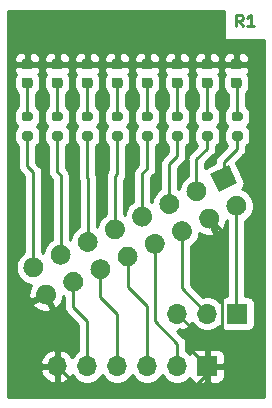
<source format=gbr>
%TF.GenerationSoftware,KiCad,Pcbnew,5.1.9+dfsg1-1*%
%TF.CreationDate,2022-01-13T23:22:55+01:00*%
%TF.ProjectId,8051_leds,38303531-5f6c-4656-9473-2e6b69636164,rev?*%
%TF.SameCoordinates,Original*%
%TF.FileFunction,Copper,L1,Top*%
%TF.FilePolarity,Positive*%
%FSLAX46Y46*%
G04 Gerber Fmt 4.6, Leading zero omitted, Abs format (unit mm)*
G04 Created by KiCad (PCBNEW 5.1.9+dfsg1-1) date 2022-01-13 23:22:55*
%MOMM*%
%LPD*%
G01*
G04 APERTURE LIST*
%TA.AperFunction,NonConductor*%
%ADD10C,0.250000*%
%TD*%
%TA.AperFunction,ComponentPad*%
%ADD11C,0.100000*%
%TD*%
%TA.AperFunction,ComponentPad*%
%ADD12R,1.700000X1.700000*%
%TD*%
%TA.AperFunction,ComponentPad*%
%ADD13O,1.700000X1.700000*%
%TD*%
%TA.AperFunction,Conductor*%
%ADD14C,0.250000*%
%TD*%
%TA.AperFunction,Conductor*%
%ADD15C,0.254000*%
%TD*%
%TA.AperFunction,Conductor*%
%ADD16C,0.100000*%
%TD*%
G04 APERTURE END LIST*
D10*
X139533333Y-89987380D02*
X139200000Y-89511190D01*
X138961904Y-89987380D02*
X138961904Y-88987380D01*
X139342857Y-88987380D01*
X139438095Y-89035000D01*
X139485714Y-89082619D01*
X139533333Y-89177857D01*
X139533333Y-89320714D01*
X139485714Y-89415952D01*
X139438095Y-89463571D01*
X139342857Y-89511190D01*
X138961904Y-89511190D01*
X140485714Y-89987380D02*
X139914285Y-89987380D01*
X140200000Y-89987380D02*
X140200000Y-88987380D01*
X140104761Y-89130238D01*
X140009523Y-89225476D01*
X139914285Y-89273095D01*
%TA.AperFunction,ComponentPad*%
D11*
%TO.P,J1,1*%
%TO.N,/LED1*%
G36*
X136792413Y-102458864D02*
G01*
X138333136Y-101740413D01*
X139051587Y-103281136D01*
X137510864Y-103999587D01*
X136792413Y-102458864D01*
G37*
%TD.AperFunction*%
%TO.P,J1,2*%
%TO.N,/SDA*%
%TA.AperFunction,ComponentPad*%
G36*
G01*
X138636224Y-104401660D02*
X138636224Y-104401660D01*
G75*
G02*
X139765812Y-104812796I359226J-770362D01*
G01*
X139765812Y-104812796D01*
G75*
G02*
X139354676Y-105942384I-770362J-359226D01*
G01*
X139354676Y-105942384D01*
G75*
G02*
X138225088Y-105531248I-359226J770362D01*
G01*
X138225088Y-105531248D01*
G75*
G02*
X138636224Y-104401660I770362J359226D01*
G01*
G37*
%TD.AperFunction*%
%TO.P,J1,3*%
%TO.N,/LED2*%
%TA.AperFunction,ComponentPad*%
G36*
G01*
X135260752Y-103173088D02*
X135260752Y-103173088D01*
G75*
G02*
X136390340Y-103584224I359226J-770362D01*
G01*
X136390340Y-103584224D01*
G75*
G02*
X135979204Y-104713812I-770362J-359226D01*
G01*
X135979204Y-104713812D01*
G75*
G02*
X134849616Y-104302676I-359226J770362D01*
G01*
X134849616Y-104302676D01*
G75*
G02*
X135260752Y-103173088I770362J359226D01*
G01*
G37*
%TD.AperFunction*%
%TO.P,J1,4*%
%TO.N,GND*%
%TA.AperFunction,ComponentPad*%
G36*
G01*
X136334203Y-105475110D02*
X136334203Y-105475110D01*
G75*
G02*
X137463791Y-105886246I359226J-770362D01*
G01*
X137463791Y-105886246D01*
G75*
G02*
X137052655Y-107015834I-770362J-359226D01*
G01*
X137052655Y-107015834D01*
G75*
G02*
X135923067Y-106604698I-359226J770362D01*
G01*
X135923067Y-106604698D01*
G75*
G02*
X136334203Y-105475110I770362J359226D01*
G01*
G37*
%TD.AperFunction*%
%TO.P,J1,5*%
%TO.N,/LED3*%
%TA.AperFunction,ComponentPad*%
G36*
G01*
X132958730Y-104246539D02*
X132958730Y-104246539D01*
G75*
G02*
X134088318Y-104657675I359226J-770362D01*
G01*
X134088318Y-104657675D01*
G75*
G02*
X133677182Y-105787263I-770362J-359226D01*
G01*
X133677182Y-105787263D01*
G75*
G02*
X132547594Y-105376127I-359226J770362D01*
G01*
X132547594Y-105376127D01*
G75*
G02*
X132958730Y-104246539I770362J359226D01*
G01*
G37*
%TD.AperFunction*%
%TO.P,J1,6*%
%TO.N,/SCL*%
%TA.AperFunction,ComponentPad*%
G36*
G01*
X134032181Y-106548561D02*
X134032181Y-106548561D01*
G75*
G02*
X135161769Y-106959697I359226J-770362D01*
G01*
X135161769Y-106959697D01*
G75*
G02*
X134750633Y-108089285I-770362J-359226D01*
G01*
X134750633Y-108089285D01*
G75*
G02*
X133621045Y-107678149I-359226J770362D01*
G01*
X133621045Y-107678149D01*
G75*
G02*
X134032181Y-106548561I770362J359226D01*
G01*
G37*
%TD.AperFunction*%
%TO.P,J1,7*%
%TO.N,/LED4*%
%TA.AperFunction,ComponentPad*%
G36*
G01*
X130656709Y-105319989D02*
X130656709Y-105319989D01*
G75*
G02*
X131786297Y-105731125I359226J-770362D01*
G01*
X131786297Y-105731125D01*
G75*
G02*
X131375161Y-106860713I-770362J-359226D01*
G01*
X131375161Y-106860713D01*
G75*
G02*
X130245573Y-106449577I-359226J770362D01*
G01*
X130245573Y-106449577D01*
G75*
G02*
X130656709Y-105319989I770362J359226D01*
G01*
G37*
%TD.AperFunction*%
%TO.P,J1,8*%
%TO.N,/IOA*%
%TA.AperFunction,ComponentPad*%
G36*
G01*
X131730159Y-107622011D02*
X131730159Y-107622011D01*
G75*
G02*
X132859747Y-108033147I359226J-770362D01*
G01*
X132859747Y-108033147D01*
G75*
G02*
X132448611Y-109162735I-770362J-359226D01*
G01*
X132448611Y-109162735D01*
G75*
G02*
X131319023Y-108751599I-359226J770362D01*
G01*
X131319023Y-108751599D01*
G75*
G02*
X131730159Y-107622011I770362J359226D01*
G01*
G37*
%TD.AperFunction*%
%TO.P,J1,9*%
%TO.N,/LED5*%
%TA.AperFunction,ComponentPad*%
G36*
G01*
X128354687Y-106393440D02*
X128354687Y-106393440D01*
G75*
G02*
X129484275Y-106804576I359226J-770362D01*
G01*
X129484275Y-106804576D01*
G75*
G02*
X129073139Y-107934164I-770362J-359226D01*
G01*
X129073139Y-107934164D01*
G75*
G02*
X127943551Y-107523028I-359226J770362D01*
G01*
X127943551Y-107523028D01*
G75*
G02*
X128354687Y-106393440I770362J359226D01*
G01*
G37*
%TD.AperFunction*%
%TO.P,J1,10*%
%TO.N,/IOB*%
%TA.AperFunction,ComponentPad*%
G36*
G01*
X129428137Y-108695461D02*
X129428137Y-108695461D01*
G75*
G02*
X130557725Y-109106597I359226J-770362D01*
G01*
X130557725Y-109106597D01*
G75*
G02*
X130146589Y-110236185I-770362J-359226D01*
G01*
X130146589Y-110236185D01*
G75*
G02*
X129017001Y-109825049I-359226J770362D01*
G01*
X129017001Y-109825049D01*
G75*
G02*
X129428137Y-108695461I770362J359226D01*
G01*
G37*
%TD.AperFunction*%
%TO.P,J1,11*%
%TO.N,/LED6*%
%TA.AperFunction,ComponentPad*%
G36*
G01*
X126052665Y-107466890D02*
X126052665Y-107466890D01*
G75*
G02*
X127182253Y-107878026I359226J-770362D01*
G01*
X127182253Y-107878026D01*
G75*
G02*
X126771117Y-109007614I-770362J-359226D01*
G01*
X126771117Y-109007614D01*
G75*
G02*
X125641529Y-108596478I-359226J770362D01*
G01*
X125641529Y-108596478D01*
G75*
G02*
X126052665Y-107466890I770362J359226D01*
G01*
G37*
%TD.AperFunction*%
%TO.P,J1,12*%
%TO.N,/IOC*%
%TA.AperFunction,ComponentPad*%
G36*
G01*
X127126115Y-109768912D02*
X127126115Y-109768912D01*
G75*
G02*
X128255703Y-110180048I359226J-770362D01*
G01*
X128255703Y-110180048D01*
G75*
G02*
X127844567Y-111309636I-770362J-359226D01*
G01*
X127844567Y-111309636D01*
G75*
G02*
X126714979Y-110898500I-359226J770362D01*
G01*
X126714979Y-110898500D01*
G75*
G02*
X127126115Y-109768912I770362J359226D01*
G01*
G37*
%TD.AperFunction*%
%TO.P,J1,13*%
%TO.N,/LED7*%
%TA.AperFunction,ComponentPad*%
G36*
G01*
X123750643Y-108540340D02*
X123750643Y-108540340D01*
G75*
G02*
X124880231Y-108951476I359226J-770362D01*
G01*
X124880231Y-108951476D01*
G75*
G02*
X124469095Y-110081064I-770362J-359226D01*
G01*
X124469095Y-110081064D01*
G75*
G02*
X123339507Y-109669928I-359226J770362D01*
G01*
X123339507Y-109669928D01*
G75*
G02*
X123750643Y-108540340I770362J359226D01*
G01*
G37*
%TD.AperFunction*%
%TO.P,J1,14*%
%TO.N,/IOD*%
%TA.AperFunction,ComponentPad*%
G36*
G01*
X124824094Y-110842362D02*
X124824094Y-110842362D01*
G75*
G02*
X125953682Y-111253498I359226J-770362D01*
G01*
X125953682Y-111253498D01*
G75*
G02*
X125542546Y-112383086I-770362J-359226D01*
G01*
X125542546Y-112383086D01*
G75*
G02*
X124412958Y-111971950I-359226J770362D01*
G01*
X124412958Y-111971950D01*
G75*
G02*
X124824094Y-110842362I770362J359226D01*
G01*
G37*
%TD.AperFunction*%
%TO.P,J1,15*%
%TO.N,/LED8*%
%TA.AperFunction,ComponentPad*%
G36*
G01*
X121448622Y-109613791D02*
X121448622Y-109613791D01*
G75*
G02*
X122578210Y-110024927I359226J-770362D01*
G01*
X122578210Y-110024927D01*
G75*
G02*
X122167074Y-111154515I-770362J-359226D01*
G01*
X122167074Y-111154515D01*
G75*
G02*
X121037486Y-110743379I-359226J770362D01*
G01*
X121037486Y-110743379D01*
G75*
G02*
X121448622Y-109613791I770362J359226D01*
G01*
G37*
%TD.AperFunction*%
%TO.P,J1,16*%
%TO.N,GND*%
%TA.AperFunction,ComponentPad*%
G36*
G01*
X122522072Y-111915812D02*
X122522072Y-111915812D01*
G75*
G02*
X123651660Y-112326948I359226J-770362D01*
G01*
X123651660Y-112326948D01*
G75*
G02*
X123240524Y-113456536I-770362J-359226D01*
G01*
X123240524Y-113456536D01*
G75*
G02*
X122110936Y-113045400I-359226J770362D01*
G01*
X122110936Y-113045400D01*
G75*
G02*
X122522072Y-111915812I770362J359226D01*
G01*
G37*
%TD.AperFunction*%
%TD*%
%TO.P,D1,2*%
%TO.N,Net-(D1-Pad2)*%
%TA.AperFunction,SMDPad,CuDef*%
G36*
G01*
X138728750Y-94330000D02*
X139241250Y-94330000D01*
G75*
G02*
X139460000Y-94548750I0J-218750D01*
G01*
X139460000Y-94986250D01*
G75*
G02*
X139241250Y-95205000I-218750J0D01*
G01*
X138728750Y-95205000D01*
G75*
G02*
X138510000Y-94986250I0J218750D01*
G01*
X138510000Y-94548750D01*
G75*
G02*
X138728750Y-94330000I218750J0D01*
G01*
G37*
%TD.AperFunction*%
%TO.P,D1,1*%
%TO.N,GND*%
%TA.AperFunction,SMDPad,CuDef*%
G36*
G01*
X138728750Y-92755000D02*
X139241250Y-92755000D01*
G75*
G02*
X139460000Y-92973750I0J-218750D01*
G01*
X139460000Y-93411250D01*
G75*
G02*
X139241250Y-93630000I-218750J0D01*
G01*
X138728750Y-93630000D01*
G75*
G02*
X138510000Y-93411250I0J218750D01*
G01*
X138510000Y-92973750D01*
G75*
G02*
X138728750Y-92755000I218750J0D01*
G01*
G37*
%TD.AperFunction*%
%TD*%
%TO.P,D2,1*%
%TO.N,GND*%
%TA.AperFunction,SMDPad,CuDef*%
G36*
G01*
X128648750Y-92755000D02*
X129161250Y-92755000D01*
G75*
G02*
X129380000Y-92973750I0J-218750D01*
G01*
X129380000Y-93411250D01*
G75*
G02*
X129161250Y-93630000I-218750J0D01*
G01*
X128648750Y-93630000D01*
G75*
G02*
X128430000Y-93411250I0J218750D01*
G01*
X128430000Y-92973750D01*
G75*
G02*
X128648750Y-92755000I218750J0D01*
G01*
G37*
%TD.AperFunction*%
%TO.P,D2,2*%
%TO.N,Net-(D2-Pad2)*%
%TA.AperFunction,SMDPad,CuDef*%
G36*
G01*
X128648750Y-94330000D02*
X129161250Y-94330000D01*
G75*
G02*
X129380000Y-94548750I0J-218750D01*
G01*
X129380000Y-94986250D01*
G75*
G02*
X129161250Y-95205000I-218750J0D01*
G01*
X128648750Y-95205000D01*
G75*
G02*
X128430000Y-94986250I0J218750D01*
G01*
X128430000Y-94548750D01*
G75*
G02*
X128648750Y-94330000I218750J0D01*
G01*
G37*
%TD.AperFunction*%
%TD*%
%TO.P,D3,1*%
%TO.N,GND*%
%TA.AperFunction,SMDPad,CuDef*%
G36*
G01*
X136268750Y-92755000D02*
X136781250Y-92755000D01*
G75*
G02*
X137000000Y-92973750I0J-218750D01*
G01*
X137000000Y-93411250D01*
G75*
G02*
X136781250Y-93630000I-218750J0D01*
G01*
X136268750Y-93630000D01*
G75*
G02*
X136050000Y-93411250I0J218750D01*
G01*
X136050000Y-92973750D01*
G75*
G02*
X136268750Y-92755000I218750J0D01*
G01*
G37*
%TD.AperFunction*%
%TO.P,D3,2*%
%TO.N,Net-(D3-Pad2)*%
%TA.AperFunction,SMDPad,CuDef*%
G36*
G01*
X136268750Y-94330000D02*
X136781250Y-94330000D01*
G75*
G02*
X137000000Y-94548750I0J-218750D01*
G01*
X137000000Y-94986250D01*
G75*
G02*
X136781250Y-95205000I-218750J0D01*
G01*
X136268750Y-95205000D01*
G75*
G02*
X136050000Y-94986250I0J218750D01*
G01*
X136050000Y-94548750D01*
G75*
G02*
X136268750Y-94330000I218750J0D01*
G01*
G37*
%TD.AperFunction*%
%TD*%
%TO.P,D4,2*%
%TO.N,Net-(D4-Pad2)*%
%TA.AperFunction,SMDPad,CuDef*%
G36*
G01*
X126108750Y-94330000D02*
X126621250Y-94330000D01*
G75*
G02*
X126840000Y-94548750I0J-218750D01*
G01*
X126840000Y-94986250D01*
G75*
G02*
X126621250Y-95205000I-218750J0D01*
G01*
X126108750Y-95205000D01*
G75*
G02*
X125890000Y-94986250I0J218750D01*
G01*
X125890000Y-94548750D01*
G75*
G02*
X126108750Y-94330000I218750J0D01*
G01*
G37*
%TD.AperFunction*%
%TO.P,D4,1*%
%TO.N,GND*%
%TA.AperFunction,SMDPad,CuDef*%
G36*
G01*
X126108750Y-92755000D02*
X126621250Y-92755000D01*
G75*
G02*
X126840000Y-92973750I0J-218750D01*
G01*
X126840000Y-93411250D01*
G75*
G02*
X126621250Y-93630000I-218750J0D01*
G01*
X126108750Y-93630000D01*
G75*
G02*
X125890000Y-93411250I0J218750D01*
G01*
X125890000Y-92973750D01*
G75*
G02*
X126108750Y-92755000I218750J0D01*
G01*
G37*
%TD.AperFunction*%
%TD*%
%TO.P,D5,1*%
%TO.N,GND*%
%TA.AperFunction,SMDPad,CuDef*%
G36*
G01*
X133728750Y-92755000D02*
X134241250Y-92755000D01*
G75*
G02*
X134460000Y-92973750I0J-218750D01*
G01*
X134460000Y-93411250D01*
G75*
G02*
X134241250Y-93630000I-218750J0D01*
G01*
X133728750Y-93630000D01*
G75*
G02*
X133510000Y-93411250I0J218750D01*
G01*
X133510000Y-92973750D01*
G75*
G02*
X133728750Y-92755000I218750J0D01*
G01*
G37*
%TD.AperFunction*%
%TO.P,D5,2*%
%TO.N,Net-(D5-Pad2)*%
%TA.AperFunction,SMDPad,CuDef*%
G36*
G01*
X133728750Y-94330000D02*
X134241250Y-94330000D01*
G75*
G02*
X134460000Y-94548750I0J-218750D01*
G01*
X134460000Y-94986250D01*
G75*
G02*
X134241250Y-95205000I-218750J0D01*
G01*
X133728750Y-95205000D01*
G75*
G02*
X133510000Y-94986250I0J218750D01*
G01*
X133510000Y-94548750D01*
G75*
G02*
X133728750Y-94330000I218750J0D01*
G01*
G37*
%TD.AperFunction*%
%TD*%
%TO.P,D6,2*%
%TO.N,Net-(D6-Pad2)*%
%TA.AperFunction,SMDPad,CuDef*%
G36*
G01*
X123568750Y-94330000D02*
X124081250Y-94330000D01*
G75*
G02*
X124300000Y-94548750I0J-218750D01*
G01*
X124300000Y-94986250D01*
G75*
G02*
X124081250Y-95205000I-218750J0D01*
G01*
X123568750Y-95205000D01*
G75*
G02*
X123350000Y-94986250I0J218750D01*
G01*
X123350000Y-94548750D01*
G75*
G02*
X123568750Y-94330000I218750J0D01*
G01*
G37*
%TD.AperFunction*%
%TO.P,D6,1*%
%TO.N,GND*%
%TA.AperFunction,SMDPad,CuDef*%
G36*
G01*
X123568750Y-92755000D02*
X124081250Y-92755000D01*
G75*
G02*
X124300000Y-92973750I0J-218750D01*
G01*
X124300000Y-93411250D01*
G75*
G02*
X124081250Y-93630000I-218750J0D01*
G01*
X123568750Y-93630000D01*
G75*
G02*
X123350000Y-93411250I0J218750D01*
G01*
X123350000Y-92973750D01*
G75*
G02*
X123568750Y-92755000I218750J0D01*
G01*
G37*
%TD.AperFunction*%
%TD*%
%TO.P,D7,2*%
%TO.N,Net-(D7-Pad2)*%
%TA.AperFunction,SMDPad,CuDef*%
G36*
G01*
X131188750Y-94330000D02*
X131701250Y-94330000D01*
G75*
G02*
X131920000Y-94548750I0J-218750D01*
G01*
X131920000Y-94986250D01*
G75*
G02*
X131701250Y-95205000I-218750J0D01*
G01*
X131188750Y-95205000D01*
G75*
G02*
X130970000Y-94986250I0J218750D01*
G01*
X130970000Y-94548750D01*
G75*
G02*
X131188750Y-94330000I218750J0D01*
G01*
G37*
%TD.AperFunction*%
%TO.P,D7,1*%
%TO.N,GND*%
%TA.AperFunction,SMDPad,CuDef*%
G36*
G01*
X131188750Y-92755000D02*
X131701250Y-92755000D01*
G75*
G02*
X131920000Y-92973750I0J-218750D01*
G01*
X131920000Y-93411250D01*
G75*
G02*
X131701250Y-93630000I-218750J0D01*
G01*
X131188750Y-93630000D01*
G75*
G02*
X130970000Y-93411250I0J218750D01*
G01*
X130970000Y-92973750D01*
G75*
G02*
X131188750Y-92755000I218750J0D01*
G01*
G37*
%TD.AperFunction*%
%TD*%
%TO.P,D8,1*%
%TO.N,GND*%
%TA.AperFunction,SMDPad,CuDef*%
G36*
G01*
X121028750Y-92755000D02*
X121541250Y-92755000D01*
G75*
G02*
X121760000Y-92973750I0J-218750D01*
G01*
X121760000Y-93411250D01*
G75*
G02*
X121541250Y-93630000I-218750J0D01*
G01*
X121028750Y-93630000D01*
G75*
G02*
X120810000Y-93411250I0J218750D01*
G01*
X120810000Y-92973750D01*
G75*
G02*
X121028750Y-92755000I218750J0D01*
G01*
G37*
%TD.AperFunction*%
%TO.P,D8,2*%
%TO.N,Net-(D8-Pad2)*%
%TA.AperFunction,SMDPad,CuDef*%
G36*
G01*
X121028750Y-94330000D02*
X121541250Y-94330000D01*
G75*
G02*
X121760000Y-94548750I0J-218750D01*
G01*
X121760000Y-94986250D01*
G75*
G02*
X121541250Y-95205000I-218750J0D01*
G01*
X121028750Y-95205000D01*
G75*
G02*
X120810000Y-94986250I0J218750D01*
G01*
X120810000Y-94548750D01*
G75*
G02*
X121028750Y-94330000I218750J0D01*
G01*
G37*
%TD.AperFunction*%
%TD*%
%TO.P,R1,2*%
%TO.N,Net-(D1-Pad2)*%
%TA.AperFunction,SMDPad,CuDef*%
G36*
G01*
X139340000Y-98000000D02*
X138790000Y-98000000D01*
G75*
G02*
X138590000Y-97800000I0J200000D01*
G01*
X138590000Y-97400000D01*
G75*
G02*
X138790000Y-97200000I200000J0D01*
G01*
X139340000Y-97200000D01*
G75*
G02*
X139540000Y-97400000I0J-200000D01*
G01*
X139540000Y-97800000D01*
G75*
G02*
X139340000Y-98000000I-200000J0D01*
G01*
G37*
%TD.AperFunction*%
%TO.P,R1,1*%
%TO.N,/LED1*%
%TA.AperFunction,SMDPad,CuDef*%
G36*
G01*
X139340000Y-99650000D02*
X138790000Y-99650000D01*
G75*
G02*
X138590000Y-99450000I0J200000D01*
G01*
X138590000Y-99050000D01*
G75*
G02*
X138790000Y-98850000I200000J0D01*
G01*
X139340000Y-98850000D01*
G75*
G02*
X139540000Y-99050000I0J-200000D01*
G01*
X139540000Y-99450000D01*
G75*
G02*
X139340000Y-99650000I-200000J0D01*
G01*
G37*
%TD.AperFunction*%
%TD*%
%TO.P,R2,1*%
%TO.N,/LED5*%
%TA.AperFunction,SMDPad,CuDef*%
G36*
G01*
X129180000Y-99650000D02*
X128630000Y-99650000D01*
G75*
G02*
X128430000Y-99450000I0J200000D01*
G01*
X128430000Y-99050000D01*
G75*
G02*
X128630000Y-98850000I200000J0D01*
G01*
X129180000Y-98850000D01*
G75*
G02*
X129380000Y-99050000I0J-200000D01*
G01*
X129380000Y-99450000D01*
G75*
G02*
X129180000Y-99650000I-200000J0D01*
G01*
G37*
%TD.AperFunction*%
%TO.P,R2,2*%
%TO.N,Net-(D2-Pad2)*%
%TA.AperFunction,SMDPad,CuDef*%
G36*
G01*
X129180000Y-98000000D02*
X128630000Y-98000000D01*
G75*
G02*
X128430000Y-97800000I0J200000D01*
G01*
X128430000Y-97400000D01*
G75*
G02*
X128630000Y-97200000I200000J0D01*
G01*
X129180000Y-97200000D01*
G75*
G02*
X129380000Y-97400000I0J-200000D01*
G01*
X129380000Y-97800000D01*
G75*
G02*
X129180000Y-98000000I-200000J0D01*
G01*
G37*
%TD.AperFunction*%
%TD*%
%TO.P,R3,1*%
%TO.N,/LED2*%
%TA.AperFunction,SMDPad,CuDef*%
G36*
G01*
X136800000Y-99650000D02*
X136250000Y-99650000D01*
G75*
G02*
X136050000Y-99450000I0J200000D01*
G01*
X136050000Y-99050000D01*
G75*
G02*
X136250000Y-98850000I200000J0D01*
G01*
X136800000Y-98850000D01*
G75*
G02*
X137000000Y-99050000I0J-200000D01*
G01*
X137000000Y-99450000D01*
G75*
G02*
X136800000Y-99650000I-200000J0D01*
G01*
G37*
%TD.AperFunction*%
%TO.P,R3,2*%
%TO.N,Net-(D3-Pad2)*%
%TA.AperFunction,SMDPad,CuDef*%
G36*
G01*
X136800000Y-98000000D02*
X136250000Y-98000000D01*
G75*
G02*
X136050000Y-97800000I0J200000D01*
G01*
X136050000Y-97400000D01*
G75*
G02*
X136250000Y-97200000I200000J0D01*
G01*
X136800000Y-97200000D01*
G75*
G02*
X137000000Y-97400000I0J-200000D01*
G01*
X137000000Y-97800000D01*
G75*
G02*
X136800000Y-98000000I-200000J0D01*
G01*
G37*
%TD.AperFunction*%
%TD*%
%TO.P,R4,2*%
%TO.N,Net-(D4-Pad2)*%
%TA.AperFunction,SMDPad,CuDef*%
G36*
G01*
X126640000Y-98000000D02*
X126090000Y-98000000D01*
G75*
G02*
X125890000Y-97800000I0J200000D01*
G01*
X125890000Y-97400000D01*
G75*
G02*
X126090000Y-97200000I200000J0D01*
G01*
X126640000Y-97200000D01*
G75*
G02*
X126840000Y-97400000I0J-200000D01*
G01*
X126840000Y-97800000D01*
G75*
G02*
X126640000Y-98000000I-200000J0D01*
G01*
G37*
%TD.AperFunction*%
%TO.P,R4,1*%
%TO.N,/LED6*%
%TA.AperFunction,SMDPad,CuDef*%
G36*
G01*
X126640000Y-99650000D02*
X126090000Y-99650000D01*
G75*
G02*
X125890000Y-99450000I0J200000D01*
G01*
X125890000Y-99050000D01*
G75*
G02*
X126090000Y-98850000I200000J0D01*
G01*
X126640000Y-98850000D01*
G75*
G02*
X126840000Y-99050000I0J-200000D01*
G01*
X126840000Y-99450000D01*
G75*
G02*
X126640000Y-99650000I-200000J0D01*
G01*
G37*
%TD.AperFunction*%
%TD*%
%TO.P,R5,2*%
%TO.N,Net-(D5-Pad2)*%
%TA.AperFunction,SMDPad,CuDef*%
G36*
G01*
X134260000Y-98000000D02*
X133710000Y-98000000D01*
G75*
G02*
X133510000Y-97800000I0J200000D01*
G01*
X133510000Y-97400000D01*
G75*
G02*
X133710000Y-97200000I200000J0D01*
G01*
X134260000Y-97200000D01*
G75*
G02*
X134460000Y-97400000I0J-200000D01*
G01*
X134460000Y-97800000D01*
G75*
G02*
X134260000Y-98000000I-200000J0D01*
G01*
G37*
%TD.AperFunction*%
%TO.P,R5,1*%
%TO.N,/LED3*%
%TA.AperFunction,SMDPad,CuDef*%
G36*
G01*
X134260000Y-99650000D02*
X133710000Y-99650000D01*
G75*
G02*
X133510000Y-99450000I0J200000D01*
G01*
X133510000Y-99050000D01*
G75*
G02*
X133710000Y-98850000I200000J0D01*
G01*
X134260000Y-98850000D01*
G75*
G02*
X134460000Y-99050000I0J-200000D01*
G01*
X134460000Y-99450000D01*
G75*
G02*
X134260000Y-99650000I-200000J0D01*
G01*
G37*
%TD.AperFunction*%
%TD*%
%TO.P,R6,1*%
%TO.N,/LED7*%
%TA.AperFunction,SMDPad,CuDef*%
G36*
G01*
X124100000Y-99650000D02*
X123550000Y-99650000D01*
G75*
G02*
X123350000Y-99450000I0J200000D01*
G01*
X123350000Y-99050000D01*
G75*
G02*
X123550000Y-98850000I200000J0D01*
G01*
X124100000Y-98850000D01*
G75*
G02*
X124300000Y-99050000I0J-200000D01*
G01*
X124300000Y-99450000D01*
G75*
G02*
X124100000Y-99650000I-200000J0D01*
G01*
G37*
%TD.AperFunction*%
%TO.P,R6,2*%
%TO.N,Net-(D6-Pad2)*%
%TA.AperFunction,SMDPad,CuDef*%
G36*
G01*
X124100000Y-98000000D02*
X123550000Y-98000000D01*
G75*
G02*
X123350000Y-97800000I0J200000D01*
G01*
X123350000Y-97400000D01*
G75*
G02*
X123550000Y-97200000I200000J0D01*
G01*
X124100000Y-97200000D01*
G75*
G02*
X124300000Y-97400000I0J-200000D01*
G01*
X124300000Y-97800000D01*
G75*
G02*
X124100000Y-98000000I-200000J0D01*
G01*
G37*
%TD.AperFunction*%
%TD*%
%TO.P,R7,1*%
%TO.N,/LED4*%
%TA.AperFunction,SMDPad,CuDef*%
G36*
G01*
X131720000Y-99650000D02*
X131170000Y-99650000D01*
G75*
G02*
X130970000Y-99450000I0J200000D01*
G01*
X130970000Y-99050000D01*
G75*
G02*
X131170000Y-98850000I200000J0D01*
G01*
X131720000Y-98850000D01*
G75*
G02*
X131920000Y-99050000I0J-200000D01*
G01*
X131920000Y-99450000D01*
G75*
G02*
X131720000Y-99650000I-200000J0D01*
G01*
G37*
%TD.AperFunction*%
%TO.P,R7,2*%
%TO.N,Net-(D7-Pad2)*%
%TA.AperFunction,SMDPad,CuDef*%
G36*
G01*
X131720000Y-98000000D02*
X131170000Y-98000000D01*
G75*
G02*
X130970000Y-97800000I0J200000D01*
G01*
X130970000Y-97400000D01*
G75*
G02*
X131170000Y-97200000I200000J0D01*
G01*
X131720000Y-97200000D01*
G75*
G02*
X131920000Y-97400000I0J-200000D01*
G01*
X131920000Y-97800000D01*
G75*
G02*
X131720000Y-98000000I-200000J0D01*
G01*
G37*
%TD.AperFunction*%
%TD*%
%TO.P,R8,2*%
%TO.N,Net-(D8-Pad2)*%
%TA.AperFunction,SMDPad,CuDef*%
G36*
G01*
X121560000Y-98000000D02*
X121010000Y-98000000D01*
G75*
G02*
X120810000Y-97800000I0J200000D01*
G01*
X120810000Y-97400000D01*
G75*
G02*
X121010000Y-97200000I200000J0D01*
G01*
X121560000Y-97200000D01*
G75*
G02*
X121760000Y-97400000I0J-200000D01*
G01*
X121760000Y-97800000D01*
G75*
G02*
X121560000Y-98000000I-200000J0D01*
G01*
G37*
%TD.AperFunction*%
%TO.P,R8,1*%
%TO.N,/LED8*%
%TA.AperFunction,SMDPad,CuDef*%
G36*
G01*
X121560000Y-99650000D02*
X121010000Y-99650000D01*
G75*
G02*
X120810000Y-99450000I0J200000D01*
G01*
X120810000Y-99050000D01*
G75*
G02*
X121010000Y-98850000I200000J0D01*
G01*
X121560000Y-98850000D01*
G75*
G02*
X121760000Y-99050000I0J-200000D01*
G01*
X121760000Y-99450000D01*
G75*
G02*
X121560000Y-99650000I-200000J0D01*
G01*
G37*
%TD.AperFunction*%
%TD*%
D12*
%TO.P,J2,1*%
%TO.N,/SDA*%
X139065000Y-114300000D03*
D13*
%TO.P,J2,2*%
%TO.N,/SCL*%
X136525000Y-114300000D03*
%TO.P,J2,3*%
%TO.N,GND*%
X133985000Y-114300000D03*
%TD*%
D12*
%TO.P,J3,1*%
%TO.N,GND*%
X136525000Y-118745000D03*
D13*
%TO.P,J3,2*%
%TO.N,/IOA*%
X133985000Y-118745000D03*
%TO.P,J3,3*%
%TO.N,/IOB*%
X131445000Y-118745000D03*
%TO.P,J3,4*%
%TO.N,/IOC*%
X128905000Y-118745000D03*
%TO.P,J3,5*%
%TO.N,/IOD*%
X126365000Y-118745000D03*
%TO.P,J3,6*%
%TO.N,GND*%
X123825000Y-118745000D03*
%TD*%
D14*
%TO.N,GND*%
X135160001Y-117380001D02*
X136525000Y-118745000D01*
X135160001Y-115475001D02*
X135160001Y-117380001D01*
X133985000Y-114300000D02*
X135160001Y-115475001D01*
X136525000Y-118745000D02*
X136525000Y-119380000D01*
X136525000Y-119380000D02*
X135255000Y-120650000D01*
X125730000Y-120650000D02*
X123825000Y-118745000D01*
X135255000Y-120650000D02*
X125730000Y-120650000D01*
X136525000Y-118745000D02*
X136525000Y-116840000D01*
X136525000Y-116840000D02*
X137795000Y-115570000D01*
X137795000Y-107347043D02*
X136693429Y-106245472D01*
X137795000Y-115570000D02*
X137795000Y-107347043D01*
%TO.N,Net-(D1-Pad2)*%
X139065000Y-94847500D02*
X138985000Y-94767500D01*
X139065000Y-97600000D02*
X139065000Y-94847500D01*
%TO.N,Net-(D2-Pad2)*%
X128905000Y-97600000D02*
X128905000Y-94767500D01*
%TO.N,Net-(D3-Pad2)*%
X136525000Y-97600000D02*
X136525000Y-94767500D01*
%TO.N,Net-(D4-Pad2)*%
X126365000Y-97600000D02*
X126365000Y-94767500D01*
%TO.N,Net-(D5-Pad2)*%
X133985000Y-97600000D02*
X133985000Y-94767500D01*
%TO.N,Net-(D6-Pad2)*%
X123825000Y-97600000D02*
X123825000Y-94767500D01*
%TO.N,Net-(D7-Pad2)*%
X131445000Y-97600000D02*
X131445000Y-94767500D01*
%TO.N,Net-(D8-Pad2)*%
X121285000Y-97600000D02*
X121285000Y-94767500D01*
%TO.N,/LED1*%
X137922000Y-102870000D02*
X137922000Y-101473000D01*
X139065000Y-100330000D02*
X139065000Y-99250000D01*
X137922000Y-101473000D02*
X139065000Y-100330000D01*
%TO.N,/LED2*%
X136525000Y-100330000D02*
X135619978Y-101235022D01*
X136525000Y-99250000D02*
X136525000Y-100330000D01*
X135619978Y-103943450D02*
X135619978Y-101235022D01*
%TO.N,/LED3*%
X133985000Y-100965000D02*
X133317956Y-101632044D01*
X133985000Y-99250000D02*
X133985000Y-100965000D01*
X133317956Y-105016901D02*
X133317956Y-101632044D01*
%TO.N,/LED4*%
X131445000Y-102011870D02*
X131015935Y-102440935D01*
X131445000Y-99250000D02*
X131445000Y-102011870D01*
X131015935Y-106090351D02*
X131015935Y-102440935D01*
%TO.N,/LED5*%
X128905000Y-102487826D02*
X128713913Y-102678913D01*
X128905000Y-99250000D02*
X128905000Y-102487826D01*
X128713913Y-107163802D02*
X128713913Y-102678913D01*
%TO.N,/LED6*%
X126365000Y-102776218D02*
X126411891Y-102823109D01*
X126365000Y-99250000D02*
X126365000Y-102776218D01*
X126411891Y-108237252D02*
X126411891Y-102823109D01*
%TO.N,/LED7*%
X123825000Y-102300262D02*
X124109869Y-102585131D01*
X123825000Y-99250000D02*
X123825000Y-102300262D01*
X124109869Y-109310702D02*
X124109869Y-102585131D01*
%TO.N,/LED8*%
X121285000Y-101824304D02*
X121807848Y-102347152D01*
X121285000Y-99250000D02*
X121285000Y-101824304D01*
X121807848Y-110384153D02*
X121807848Y-102347152D01*
%TO.N,/SDA*%
X138995450Y-114230450D02*
X139065000Y-114300000D01*
X138995450Y-105172022D02*
X138995450Y-114230450D01*
%TO.N,/SCL*%
X134391407Y-112166407D02*
X136525000Y-114300000D01*
X134391407Y-107318923D02*
X134391407Y-112166407D01*
%TO.N,/IOA*%
X133985000Y-118745000D02*
X133985000Y-116840000D01*
X132089385Y-114944385D02*
X132089385Y-108392373D01*
X133985000Y-116840000D02*
X132089385Y-114944385D01*
%TO.N,/IOB*%
X129787363Y-109465823D02*
X129787363Y-112007363D01*
X131445000Y-113665000D02*
X131445000Y-118745000D01*
X129787363Y-112007363D02*
X131445000Y-113665000D01*
%TO.N,/IOC*%
X127485341Y-110539274D02*
X127485341Y-112880341D01*
X128905000Y-114300000D02*
X128905000Y-118745000D01*
X127485341Y-112880341D02*
X128905000Y-114300000D01*
%TO.N,/IOD*%
X125183320Y-111612724D02*
X125183320Y-113753320D01*
X126365000Y-114935000D02*
X126365000Y-118745000D01*
X125183320Y-113753320D02*
X126365000Y-114935000D01*
%TD*%
D15*
%TO.N,GND*%
X137963810Y-91137500D02*
X141340001Y-91137500D01*
X141340000Y-121340000D01*
X119660000Y-121340000D01*
X119660000Y-119101891D01*
X122383519Y-119101891D01*
X122480843Y-119376252D01*
X122629822Y-119626355D01*
X122824731Y-119842588D01*
X123058080Y-120016641D01*
X123320901Y-120141825D01*
X123468110Y-120186476D01*
X123698000Y-120065155D01*
X123698000Y-118872000D01*
X122504186Y-118872000D01*
X122383519Y-119101891D01*
X119660000Y-119101891D01*
X119660000Y-118388109D01*
X122383519Y-118388109D01*
X122504186Y-118618000D01*
X123698000Y-118618000D01*
X123698000Y-117424845D01*
X123468110Y-117303524D01*
X123320901Y-117348175D01*
X123058080Y-117473359D01*
X122824731Y-117647412D01*
X122629822Y-117863645D01*
X122480843Y-118113748D01*
X122383519Y-118388109D01*
X119660000Y-118388109D01*
X119660000Y-113618823D01*
X121725701Y-113618823D01*
X121929857Y-113826348D01*
X122170576Y-113990057D01*
X122438607Y-114103658D01*
X122723651Y-114162787D01*
X123014753Y-114165169D01*
X123167040Y-114143423D01*
X123324119Y-113936313D01*
X122819869Y-112854948D01*
X121737907Y-113359475D01*
X121725701Y-113618823D01*
X119660000Y-113618823D01*
X119660000Y-93630000D01*
X120171928Y-93630000D01*
X120184188Y-93754482D01*
X120220498Y-93874180D01*
X120279463Y-93984494D01*
X120334100Y-94051070D01*
X120316329Y-94072725D01*
X120237150Y-94220858D01*
X120188392Y-94381592D01*
X120171928Y-94548750D01*
X120171928Y-94986250D01*
X120188392Y-95153408D01*
X120237150Y-95314142D01*
X120316329Y-95462275D01*
X120422885Y-95592115D01*
X120525001Y-95675918D01*
X120525000Y-96719083D01*
X120417394Y-96807394D01*
X120313169Y-96934392D01*
X120235722Y-97079284D01*
X120188031Y-97236500D01*
X120171928Y-97400000D01*
X120171928Y-97800000D01*
X120188031Y-97963500D01*
X120235722Y-98120716D01*
X120313169Y-98265608D01*
X120417394Y-98392606D01*
X120456866Y-98425000D01*
X120417394Y-98457394D01*
X120313169Y-98584392D01*
X120235722Y-98729284D01*
X120188031Y-98886500D01*
X120171928Y-99050000D01*
X120171928Y-99450000D01*
X120188031Y-99613500D01*
X120235722Y-99770716D01*
X120313169Y-99915608D01*
X120417394Y-100042606D01*
X120525000Y-100130917D01*
X120525001Y-101786972D01*
X120521324Y-101824304D01*
X120525001Y-101861637D01*
X120535998Y-101973290D01*
X120539254Y-101984024D01*
X120579454Y-102116550D01*
X120650026Y-102248580D01*
X120702162Y-102312107D01*
X120745000Y-102364305D01*
X120773998Y-102388103D01*
X121047849Y-102661955D01*
X121047848Y-109105974D01*
X120861216Y-109230678D01*
X120654373Y-109437521D01*
X120491858Y-109680742D01*
X120379916Y-109950995D01*
X120322848Y-110237893D01*
X120322848Y-110530413D01*
X120379916Y-110817311D01*
X120491858Y-111087564D01*
X120654373Y-111330785D01*
X120861216Y-111537628D01*
X121104437Y-111700143D01*
X121374690Y-111812085D01*
X121644526Y-111865759D01*
X121510886Y-112114153D01*
X121425622Y-112392499D01*
X121396299Y-112682131D01*
X121424044Y-112971917D01*
X121630561Y-113129273D01*
X122712524Y-112624745D01*
X122704072Y-112606619D01*
X122934275Y-112499274D01*
X122942727Y-112517400D01*
X122960853Y-112508948D01*
X123068198Y-112739151D01*
X123050072Y-112747603D01*
X123554321Y-113828968D01*
X123813944Y-113841767D01*
X123928491Y-113739086D01*
X124113782Y-113514558D01*
X124251710Y-113258195D01*
X124336974Y-112979849D01*
X124350880Y-112842499D01*
X124423321Y-112890903D01*
X124423321Y-113715988D01*
X124419644Y-113753320D01*
X124434318Y-113902305D01*
X124477774Y-114045566D01*
X124548346Y-114177596D01*
X124618163Y-114262667D01*
X124643320Y-114293321D01*
X124672318Y-114317119D01*
X125605000Y-115249802D01*
X125605001Y-117466821D01*
X125418368Y-117591525D01*
X125211525Y-117798368D01*
X125089805Y-117980534D01*
X125020178Y-117863645D01*
X124825269Y-117647412D01*
X124591920Y-117473359D01*
X124329099Y-117348175D01*
X124181890Y-117303524D01*
X123952000Y-117424845D01*
X123952000Y-118618000D01*
X123972000Y-118618000D01*
X123972000Y-118872000D01*
X123952000Y-118872000D01*
X123952000Y-120065155D01*
X124181890Y-120186476D01*
X124329099Y-120141825D01*
X124591920Y-120016641D01*
X124825269Y-119842588D01*
X125020178Y-119626355D01*
X125089805Y-119509466D01*
X125211525Y-119691632D01*
X125418368Y-119898475D01*
X125661589Y-120060990D01*
X125931842Y-120172932D01*
X126218740Y-120230000D01*
X126511260Y-120230000D01*
X126798158Y-120172932D01*
X127068411Y-120060990D01*
X127311632Y-119898475D01*
X127518475Y-119691632D01*
X127635000Y-119517240D01*
X127751525Y-119691632D01*
X127958368Y-119898475D01*
X128201589Y-120060990D01*
X128471842Y-120172932D01*
X128758740Y-120230000D01*
X129051260Y-120230000D01*
X129338158Y-120172932D01*
X129608411Y-120060990D01*
X129851632Y-119898475D01*
X130058475Y-119691632D01*
X130175000Y-119517240D01*
X130291525Y-119691632D01*
X130498368Y-119898475D01*
X130741589Y-120060990D01*
X131011842Y-120172932D01*
X131298740Y-120230000D01*
X131591260Y-120230000D01*
X131878158Y-120172932D01*
X132148411Y-120060990D01*
X132391632Y-119898475D01*
X132598475Y-119691632D01*
X132715000Y-119517240D01*
X132831525Y-119691632D01*
X133038368Y-119898475D01*
X133281589Y-120060990D01*
X133551842Y-120172932D01*
X133838740Y-120230000D01*
X134131260Y-120230000D01*
X134418158Y-120172932D01*
X134688411Y-120060990D01*
X134931632Y-119898475D01*
X135063487Y-119766620D01*
X135085498Y-119839180D01*
X135144463Y-119949494D01*
X135223815Y-120046185D01*
X135320506Y-120125537D01*
X135430820Y-120184502D01*
X135550518Y-120220812D01*
X135675000Y-120233072D01*
X136239250Y-120230000D01*
X136398000Y-120071250D01*
X136398000Y-118872000D01*
X136652000Y-118872000D01*
X136652000Y-120071250D01*
X136810750Y-120230000D01*
X137375000Y-120233072D01*
X137499482Y-120220812D01*
X137619180Y-120184502D01*
X137729494Y-120125537D01*
X137826185Y-120046185D01*
X137905537Y-119949494D01*
X137964502Y-119839180D01*
X138000812Y-119719482D01*
X138013072Y-119595000D01*
X138010000Y-119030750D01*
X137851250Y-118872000D01*
X136652000Y-118872000D01*
X136398000Y-118872000D01*
X136378000Y-118872000D01*
X136378000Y-118618000D01*
X136398000Y-118618000D01*
X136398000Y-117418750D01*
X136652000Y-117418750D01*
X136652000Y-118618000D01*
X137851250Y-118618000D01*
X138010000Y-118459250D01*
X138013072Y-117895000D01*
X138000812Y-117770518D01*
X137964502Y-117650820D01*
X137905537Y-117540506D01*
X137826185Y-117443815D01*
X137729494Y-117364463D01*
X137619180Y-117305498D01*
X137499482Y-117269188D01*
X137375000Y-117256928D01*
X136810750Y-117260000D01*
X136652000Y-117418750D01*
X136398000Y-117418750D01*
X136239250Y-117260000D01*
X135675000Y-117256928D01*
X135550518Y-117269188D01*
X135430820Y-117305498D01*
X135320506Y-117364463D01*
X135223815Y-117443815D01*
X135144463Y-117540506D01*
X135085498Y-117650820D01*
X135063487Y-117723380D01*
X134931632Y-117591525D01*
X134745000Y-117466822D01*
X134745000Y-116877322D01*
X134748676Y-116839999D01*
X134745000Y-116802676D01*
X134745000Y-116802667D01*
X134734003Y-116691014D01*
X134690546Y-116547753D01*
X134619974Y-116415724D01*
X134606811Y-116399685D01*
X134548799Y-116328996D01*
X134548795Y-116328992D01*
X134525001Y-116299999D01*
X134496008Y-116276205D01*
X134004802Y-115785000D01*
X134112002Y-115785000D01*
X134112002Y-115620156D01*
X134341890Y-115741476D01*
X134489099Y-115696825D01*
X134751920Y-115571641D01*
X134985269Y-115397588D01*
X135180178Y-115181355D01*
X135249805Y-115064466D01*
X135371525Y-115246632D01*
X135578368Y-115453475D01*
X135821589Y-115615990D01*
X136091842Y-115727932D01*
X136378740Y-115785000D01*
X136671260Y-115785000D01*
X136958158Y-115727932D01*
X137228411Y-115615990D01*
X137471632Y-115453475D01*
X137603487Y-115321620D01*
X137625498Y-115394180D01*
X137684463Y-115504494D01*
X137763815Y-115601185D01*
X137860506Y-115680537D01*
X137970820Y-115739502D01*
X138090518Y-115775812D01*
X138215000Y-115788072D01*
X139915000Y-115788072D01*
X140039482Y-115775812D01*
X140159180Y-115739502D01*
X140269494Y-115680537D01*
X140366185Y-115601185D01*
X140445537Y-115504494D01*
X140504502Y-115394180D01*
X140540812Y-115274482D01*
X140553072Y-115150000D01*
X140553072Y-113450000D01*
X140540812Y-113325518D01*
X140504502Y-113205820D01*
X140445537Y-113095506D01*
X140366185Y-112998815D01*
X140269494Y-112919463D01*
X140159180Y-112860498D01*
X140039482Y-112824188D01*
X139915000Y-112811928D01*
X139755450Y-112811928D01*
X139755450Y-106450200D01*
X139942082Y-106325497D01*
X140148925Y-106118654D01*
X140311440Y-105875433D01*
X140423382Y-105605180D01*
X140480450Y-105318282D01*
X140480450Y-105025762D01*
X140423382Y-104738864D01*
X140311440Y-104468611D01*
X140148925Y-104225390D01*
X139942082Y-104018547D01*
X139698861Y-103856032D01*
X139468179Y-103760481D01*
X139522023Y-103712211D01*
X139597082Y-103612151D01*
X139651179Y-103499369D01*
X139682233Y-103378202D01*
X139689052Y-103253304D01*
X139671373Y-103129475D01*
X139629877Y-103011475D01*
X138939292Y-101530510D01*
X139576004Y-100893798D01*
X139605001Y-100870001D01*
X139649307Y-100816014D01*
X139699974Y-100754277D01*
X139770546Y-100622247D01*
X139798687Y-100529476D01*
X139814003Y-100478986D01*
X139825000Y-100367333D01*
X139825000Y-100367324D01*
X139828676Y-100330001D01*
X139825000Y-100292678D01*
X139825000Y-100130916D01*
X139932606Y-100042606D01*
X140036831Y-99915608D01*
X140114278Y-99770716D01*
X140161969Y-99613500D01*
X140178072Y-99450000D01*
X140178072Y-99050000D01*
X140161969Y-98886500D01*
X140114278Y-98729284D01*
X140036831Y-98584392D01*
X139932606Y-98457394D01*
X139893134Y-98425000D01*
X139932606Y-98392606D01*
X140036831Y-98265608D01*
X140114278Y-98120716D01*
X140161969Y-97963500D01*
X140178072Y-97800000D01*
X140178072Y-97400000D01*
X140161969Y-97236500D01*
X140114278Y-97079284D01*
X140036831Y-96934392D01*
X139932606Y-96807394D01*
X139825000Y-96719084D01*
X139825000Y-95610264D01*
X139847115Y-95592115D01*
X139953671Y-95462275D01*
X140032850Y-95314142D01*
X140081608Y-95153408D01*
X140098072Y-94986250D01*
X140098072Y-94548750D01*
X140081608Y-94381592D01*
X140032850Y-94220858D01*
X139953671Y-94072725D01*
X139935900Y-94051070D01*
X139990537Y-93984494D01*
X140049502Y-93874180D01*
X140085812Y-93754482D01*
X140098072Y-93630000D01*
X140095000Y-93478250D01*
X139936250Y-93319500D01*
X139112000Y-93319500D01*
X139112000Y-93339500D01*
X138858000Y-93339500D01*
X138858000Y-93319500D01*
X138033750Y-93319500D01*
X137875000Y-93478250D01*
X137871928Y-93630000D01*
X137884188Y-93754482D01*
X137920498Y-93874180D01*
X137979463Y-93984494D01*
X138034100Y-94051070D01*
X138016329Y-94072725D01*
X137937150Y-94220858D01*
X137888392Y-94381592D01*
X137871928Y-94548750D01*
X137871928Y-94986250D01*
X137888392Y-95153408D01*
X137937150Y-95314142D01*
X138016329Y-95462275D01*
X138122885Y-95592115D01*
X138252725Y-95698671D01*
X138305001Y-95726613D01*
X138305000Y-96719083D01*
X138197394Y-96807394D01*
X138093169Y-96934392D01*
X138015722Y-97079284D01*
X137968031Y-97236500D01*
X137951928Y-97400000D01*
X137951928Y-97800000D01*
X137968031Y-97963500D01*
X138015722Y-98120716D01*
X138093169Y-98265608D01*
X138197394Y-98392606D01*
X138236866Y-98425000D01*
X138197394Y-98457394D01*
X138093169Y-98584392D01*
X138015722Y-98729284D01*
X137968031Y-98886500D01*
X137951928Y-99050000D01*
X137951928Y-99450000D01*
X137968031Y-99613500D01*
X138015722Y-99770716D01*
X138093169Y-99915608D01*
X138197394Y-100042606D01*
X138241442Y-100078756D01*
X137410998Y-100909201D01*
X137382000Y-100932999D01*
X137358202Y-100961997D01*
X137358201Y-100961998D01*
X137287026Y-101048724D01*
X137216454Y-101180754D01*
X137193251Y-101257247D01*
X137172998Y-101324014D01*
X137171443Y-101339798D01*
X137158324Y-101473000D01*
X137162001Y-101510332D01*
X137162001Y-101582487D01*
X136522752Y-101880574D01*
X136415115Y-101944294D01*
X136379978Y-101975793D01*
X136379978Y-101549824D01*
X137036008Y-100893795D01*
X137065001Y-100870001D01*
X137088795Y-100841008D01*
X137088799Y-100841004D01*
X137159973Y-100754277D01*
X137159974Y-100754276D01*
X137230546Y-100622247D01*
X137274003Y-100478986D01*
X137285000Y-100367333D01*
X137285000Y-100367324D01*
X137288676Y-100330001D01*
X137285000Y-100292678D01*
X137285000Y-100130916D01*
X137392606Y-100042606D01*
X137496831Y-99915608D01*
X137574278Y-99770716D01*
X137621969Y-99613500D01*
X137638072Y-99450000D01*
X137638072Y-99050000D01*
X137621969Y-98886500D01*
X137574278Y-98729284D01*
X137496831Y-98584392D01*
X137392606Y-98457394D01*
X137353134Y-98425000D01*
X137392606Y-98392606D01*
X137496831Y-98265608D01*
X137574278Y-98120716D01*
X137621969Y-97963500D01*
X137638072Y-97800000D01*
X137638072Y-97400000D01*
X137621969Y-97236500D01*
X137574278Y-97079284D01*
X137496831Y-96934392D01*
X137392606Y-96807394D01*
X137285000Y-96719084D01*
X137285000Y-95675918D01*
X137387115Y-95592115D01*
X137493671Y-95462275D01*
X137572850Y-95314142D01*
X137621608Y-95153408D01*
X137638072Y-94986250D01*
X137638072Y-94548750D01*
X137621608Y-94381592D01*
X137572850Y-94220858D01*
X137493671Y-94072725D01*
X137475900Y-94051070D01*
X137530537Y-93984494D01*
X137589502Y-93874180D01*
X137625812Y-93754482D01*
X137638072Y-93630000D01*
X137635000Y-93478250D01*
X137476250Y-93319500D01*
X136652000Y-93319500D01*
X136652000Y-93339500D01*
X136398000Y-93339500D01*
X136398000Y-93319500D01*
X135573750Y-93319500D01*
X135415000Y-93478250D01*
X135411928Y-93630000D01*
X135424188Y-93754482D01*
X135460498Y-93874180D01*
X135519463Y-93984494D01*
X135574100Y-94051070D01*
X135556329Y-94072725D01*
X135477150Y-94220858D01*
X135428392Y-94381592D01*
X135411928Y-94548750D01*
X135411928Y-94986250D01*
X135428392Y-95153408D01*
X135477150Y-95314142D01*
X135556329Y-95462275D01*
X135662885Y-95592115D01*
X135765001Y-95675918D01*
X135765000Y-96719083D01*
X135657394Y-96807394D01*
X135553169Y-96934392D01*
X135475722Y-97079284D01*
X135428031Y-97236500D01*
X135411928Y-97400000D01*
X135411928Y-97800000D01*
X135428031Y-97963500D01*
X135475722Y-98120716D01*
X135553169Y-98265608D01*
X135657394Y-98392606D01*
X135696866Y-98425000D01*
X135657394Y-98457394D01*
X135553169Y-98584392D01*
X135475722Y-98729284D01*
X135428031Y-98886500D01*
X135411928Y-99050000D01*
X135411928Y-99450000D01*
X135428031Y-99613500D01*
X135475722Y-99770716D01*
X135553169Y-99915608D01*
X135657394Y-100042606D01*
X135701442Y-100078756D01*
X135108976Y-100671223D01*
X135079978Y-100695021D01*
X135056180Y-100724019D01*
X135056179Y-100724020D01*
X134985004Y-100810746D01*
X134914432Y-100942776D01*
X134886292Y-101035546D01*
X134870976Y-101086036D01*
X134869310Y-101102948D01*
X134856302Y-101235022D01*
X134859979Y-101272354D01*
X134859978Y-102665271D01*
X134673346Y-102789975D01*
X134466503Y-102996818D01*
X134303988Y-103240039D01*
X134192046Y-103510292D01*
X134138554Y-103779213D01*
X134077956Y-103738723D01*
X134077956Y-101946845D01*
X134496002Y-101528800D01*
X134525001Y-101505001D01*
X134619974Y-101389276D01*
X134690546Y-101257247D01*
X134734003Y-101113986D01*
X134745000Y-101002333D01*
X134745000Y-101002325D01*
X134748676Y-100965000D01*
X134745000Y-100927675D01*
X134745000Y-100130916D01*
X134852606Y-100042606D01*
X134956831Y-99915608D01*
X135034278Y-99770716D01*
X135081969Y-99613500D01*
X135098072Y-99450000D01*
X135098072Y-99050000D01*
X135081969Y-98886500D01*
X135034278Y-98729284D01*
X134956831Y-98584392D01*
X134852606Y-98457394D01*
X134813134Y-98425000D01*
X134852606Y-98392606D01*
X134956831Y-98265608D01*
X135034278Y-98120716D01*
X135081969Y-97963500D01*
X135098072Y-97800000D01*
X135098072Y-97400000D01*
X135081969Y-97236500D01*
X135034278Y-97079284D01*
X134956831Y-96934392D01*
X134852606Y-96807394D01*
X134745000Y-96719084D01*
X134745000Y-95675918D01*
X134847115Y-95592115D01*
X134953671Y-95462275D01*
X135032850Y-95314142D01*
X135081608Y-95153408D01*
X135098072Y-94986250D01*
X135098072Y-94548750D01*
X135081608Y-94381592D01*
X135032850Y-94220858D01*
X134953671Y-94072725D01*
X134935900Y-94051070D01*
X134990537Y-93984494D01*
X135049502Y-93874180D01*
X135085812Y-93754482D01*
X135098072Y-93630000D01*
X135095000Y-93478250D01*
X134936250Y-93319500D01*
X134112000Y-93319500D01*
X134112000Y-93339500D01*
X133858000Y-93339500D01*
X133858000Y-93319500D01*
X133033750Y-93319500D01*
X132875000Y-93478250D01*
X132871928Y-93630000D01*
X132884188Y-93754482D01*
X132920498Y-93874180D01*
X132979463Y-93984494D01*
X133034100Y-94051070D01*
X133016329Y-94072725D01*
X132937150Y-94220858D01*
X132888392Y-94381592D01*
X132871928Y-94548750D01*
X132871928Y-94986250D01*
X132888392Y-95153408D01*
X132937150Y-95314142D01*
X133016329Y-95462275D01*
X133122885Y-95592115D01*
X133225001Y-95675918D01*
X133225000Y-96719083D01*
X133117394Y-96807394D01*
X133013169Y-96934392D01*
X132935722Y-97079284D01*
X132888031Y-97236500D01*
X132871928Y-97400000D01*
X132871928Y-97800000D01*
X132888031Y-97963500D01*
X132935722Y-98120716D01*
X133013169Y-98265608D01*
X133117394Y-98392606D01*
X133156866Y-98425000D01*
X133117394Y-98457394D01*
X133013169Y-98584392D01*
X132935722Y-98729284D01*
X132888031Y-98886500D01*
X132871928Y-99050000D01*
X132871928Y-99450000D01*
X132888031Y-99613500D01*
X132935722Y-99770716D01*
X133013169Y-99915608D01*
X133117394Y-100042606D01*
X133225001Y-100130917D01*
X133225001Y-100650198D01*
X132806954Y-101068245D01*
X132777956Y-101092043D01*
X132754158Y-101121041D01*
X132754157Y-101121042D01*
X132682982Y-101207768D01*
X132612410Y-101339798D01*
X132568954Y-101483059D01*
X132554280Y-101632044D01*
X132557957Y-101669376D01*
X132557956Y-103738722D01*
X132371324Y-103863426D01*
X132164481Y-104070269D01*
X132001966Y-104313490D01*
X131890024Y-104583743D01*
X131836532Y-104852662D01*
X131775935Y-104812173D01*
X131775935Y-102755736D01*
X131955997Y-102575674D01*
X131985001Y-102551871D01*
X132079974Y-102436146D01*
X132150546Y-102304117D01*
X132194003Y-102160856D01*
X132205000Y-102049203D01*
X132208677Y-102011870D01*
X132205000Y-101974537D01*
X132205000Y-100130916D01*
X132312606Y-100042606D01*
X132416831Y-99915608D01*
X132494278Y-99770716D01*
X132541969Y-99613500D01*
X132558072Y-99450000D01*
X132558072Y-99050000D01*
X132541969Y-98886500D01*
X132494278Y-98729284D01*
X132416831Y-98584392D01*
X132312606Y-98457394D01*
X132273134Y-98425000D01*
X132312606Y-98392606D01*
X132416831Y-98265608D01*
X132494278Y-98120716D01*
X132541969Y-97963500D01*
X132558072Y-97800000D01*
X132558072Y-97400000D01*
X132541969Y-97236500D01*
X132494278Y-97079284D01*
X132416831Y-96934392D01*
X132312606Y-96807394D01*
X132205000Y-96719084D01*
X132205000Y-95675918D01*
X132307115Y-95592115D01*
X132413671Y-95462275D01*
X132492850Y-95314142D01*
X132541608Y-95153408D01*
X132558072Y-94986250D01*
X132558072Y-94548750D01*
X132541608Y-94381592D01*
X132492850Y-94220858D01*
X132413671Y-94072725D01*
X132395900Y-94051070D01*
X132450537Y-93984494D01*
X132509502Y-93874180D01*
X132545812Y-93754482D01*
X132558072Y-93630000D01*
X132555000Y-93478250D01*
X132396250Y-93319500D01*
X131572000Y-93319500D01*
X131572000Y-93339500D01*
X131318000Y-93339500D01*
X131318000Y-93319500D01*
X130493750Y-93319500D01*
X130335000Y-93478250D01*
X130331928Y-93630000D01*
X130344188Y-93754482D01*
X130380498Y-93874180D01*
X130439463Y-93984494D01*
X130494100Y-94051070D01*
X130476329Y-94072725D01*
X130397150Y-94220858D01*
X130348392Y-94381592D01*
X130331928Y-94548750D01*
X130331928Y-94986250D01*
X130348392Y-95153408D01*
X130397150Y-95314142D01*
X130476329Y-95462275D01*
X130582885Y-95592115D01*
X130685001Y-95675918D01*
X130685000Y-96719083D01*
X130577394Y-96807394D01*
X130473169Y-96934392D01*
X130395722Y-97079284D01*
X130348031Y-97236500D01*
X130331928Y-97400000D01*
X130331928Y-97800000D01*
X130348031Y-97963500D01*
X130395722Y-98120716D01*
X130473169Y-98265608D01*
X130577394Y-98392606D01*
X130616866Y-98425000D01*
X130577394Y-98457394D01*
X130473169Y-98584392D01*
X130395722Y-98729284D01*
X130348031Y-98886500D01*
X130331928Y-99050000D01*
X130331928Y-99450000D01*
X130348031Y-99613500D01*
X130395722Y-99770716D01*
X130473169Y-99915608D01*
X130577394Y-100042606D01*
X130685000Y-100130917D01*
X130685001Y-101697068D01*
X130504933Y-101877136D01*
X130475935Y-101900934D01*
X130452137Y-101929932D01*
X130452136Y-101929933D01*
X130380961Y-102016659D01*
X130310389Y-102148689D01*
X130288151Y-102222002D01*
X130266933Y-102291949D01*
X130258158Y-102381046D01*
X130252259Y-102440935D01*
X130255936Y-102478267D01*
X130255935Y-104812172D01*
X130069303Y-104936876D01*
X129862460Y-105143719D01*
X129699945Y-105386940D01*
X129588003Y-105657193D01*
X129534511Y-105926114D01*
X129473913Y-105885624D01*
X129473913Y-102992598D01*
X129539974Y-102912102D01*
X129610546Y-102780073D01*
X129654003Y-102636812D01*
X129665000Y-102525159D01*
X129665000Y-102525149D01*
X129668676Y-102487826D01*
X129665000Y-102450503D01*
X129665000Y-100130916D01*
X129772606Y-100042606D01*
X129876831Y-99915608D01*
X129954278Y-99770716D01*
X130001969Y-99613500D01*
X130018072Y-99450000D01*
X130018072Y-99050000D01*
X130001969Y-98886500D01*
X129954278Y-98729284D01*
X129876831Y-98584392D01*
X129772606Y-98457394D01*
X129733134Y-98425000D01*
X129772606Y-98392606D01*
X129876831Y-98265608D01*
X129954278Y-98120716D01*
X130001969Y-97963500D01*
X130018072Y-97800000D01*
X130018072Y-97400000D01*
X130001969Y-97236500D01*
X129954278Y-97079284D01*
X129876831Y-96934392D01*
X129772606Y-96807394D01*
X129665000Y-96719084D01*
X129665000Y-95675918D01*
X129767115Y-95592115D01*
X129873671Y-95462275D01*
X129952850Y-95314142D01*
X130001608Y-95153408D01*
X130018072Y-94986250D01*
X130018072Y-94548750D01*
X130001608Y-94381592D01*
X129952850Y-94220858D01*
X129873671Y-94072725D01*
X129855900Y-94051070D01*
X129910537Y-93984494D01*
X129969502Y-93874180D01*
X130005812Y-93754482D01*
X130018072Y-93630000D01*
X130015000Y-93478250D01*
X129856250Y-93319500D01*
X129032000Y-93319500D01*
X129032000Y-93339500D01*
X128778000Y-93339500D01*
X128778000Y-93319500D01*
X127953750Y-93319500D01*
X127795000Y-93478250D01*
X127791928Y-93630000D01*
X127804188Y-93754482D01*
X127840498Y-93874180D01*
X127899463Y-93984494D01*
X127954100Y-94051070D01*
X127936329Y-94072725D01*
X127857150Y-94220858D01*
X127808392Y-94381592D01*
X127791928Y-94548750D01*
X127791928Y-94986250D01*
X127808392Y-95153408D01*
X127857150Y-95314142D01*
X127936329Y-95462275D01*
X128042885Y-95592115D01*
X128145001Y-95675918D01*
X128145000Y-96719083D01*
X128037394Y-96807394D01*
X127933169Y-96934392D01*
X127855722Y-97079284D01*
X127808031Y-97236500D01*
X127791928Y-97400000D01*
X127791928Y-97800000D01*
X127808031Y-97963500D01*
X127855722Y-98120716D01*
X127933169Y-98265608D01*
X128037394Y-98392606D01*
X128076866Y-98425000D01*
X128037394Y-98457394D01*
X127933169Y-98584392D01*
X127855722Y-98729284D01*
X127808031Y-98886500D01*
X127791928Y-99050000D01*
X127791928Y-99450000D01*
X127808031Y-99613500D01*
X127855722Y-99770716D01*
X127933169Y-99915608D01*
X128037394Y-100042606D01*
X128145000Y-100130917D01*
X128145001Y-102174141D01*
X128078939Y-102254637D01*
X128008367Y-102386667D01*
X127989384Y-102449248D01*
X127964935Y-102529850D01*
X127964911Y-102529928D01*
X127950237Y-102678913D01*
X127953914Y-102716245D01*
X127953913Y-105885623D01*
X127767281Y-106010327D01*
X127560438Y-106217170D01*
X127397923Y-106460391D01*
X127285981Y-106730644D01*
X127232489Y-106999564D01*
X127171891Y-106959074D01*
X127171891Y-102860432D01*
X127175567Y-102823109D01*
X127171891Y-102785787D01*
X127171891Y-102785776D01*
X127160894Y-102674123D01*
X127125000Y-102555794D01*
X127125000Y-100130916D01*
X127232606Y-100042606D01*
X127336831Y-99915608D01*
X127414278Y-99770716D01*
X127461969Y-99613500D01*
X127478072Y-99450000D01*
X127478072Y-99050000D01*
X127461969Y-98886500D01*
X127414278Y-98729284D01*
X127336831Y-98584392D01*
X127232606Y-98457394D01*
X127193134Y-98425000D01*
X127232606Y-98392606D01*
X127336831Y-98265608D01*
X127414278Y-98120716D01*
X127461969Y-97963500D01*
X127478072Y-97800000D01*
X127478072Y-97400000D01*
X127461969Y-97236500D01*
X127414278Y-97079284D01*
X127336831Y-96934392D01*
X127232606Y-96807394D01*
X127125000Y-96719084D01*
X127125000Y-95675918D01*
X127227115Y-95592115D01*
X127333671Y-95462275D01*
X127412850Y-95314142D01*
X127461608Y-95153408D01*
X127478072Y-94986250D01*
X127478072Y-94548750D01*
X127461608Y-94381592D01*
X127412850Y-94220858D01*
X127333671Y-94072725D01*
X127315900Y-94051070D01*
X127370537Y-93984494D01*
X127429502Y-93874180D01*
X127465812Y-93754482D01*
X127478072Y-93630000D01*
X127475000Y-93478250D01*
X127316250Y-93319500D01*
X126492000Y-93319500D01*
X126492000Y-93339500D01*
X126238000Y-93339500D01*
X126238000Y-93319500D01*
X125413750Y-93319500D01*
X125255000Y-93478250D01*
X125251928Y-93630000D01*
X125264188Y-93754482D01*
X125300498Y-93874180D01*
X125359463Y-93984494D01*
X125414100Y-94051070D01*
X125396329Y-94072725D01*
X125317150Y-94220858D01*
X125268392Y-94381592D01*
X125251928Y-94548750D01*
X125251928Y-94986250D01*
X125268392Y-95153408D01*
X125317150Y-95314142D01*
X125396329Y-95462275D01*
X125502885Y-95592115D01*
X125605001Y-95675918D01*
X125605000Y-96719083D01*
X125497394Y-96807394D01*
X125393169Y-96934392D01*
X125315722Y-97079284D01*
X125268031Y-97236500D01*
X125251928Y-97400000D01*
X125251928Y-97800000D01*
X125268031Y-97963500D01*
X125315722Y-98120716D01*
X125393169Y-98265608D01*
X125497394Y-98392606D01*
X125536866Y-98425000D01*
X125497394Y-98457394D01*
X125393169Y-98584392D01*
X125315722Y-98729284D01*
X125268031Y-98886500D01*
X125251928Y-99050000D01*
X125251928Y-99450000D01*
X125268031Y-99613500D01*
X125315722Y-99770716D01*
X125393169Y-99915608D01*
X125497394Y-100042606D01*
X125605000Y-100130917D01*
X125605001Y-102738886D01*
X125601324Y-102776218D01*
X125605001Y-102813551D01*
X125614708Y-102912101D01*
X125615998Y-102925203D01*
X125651892Y-103043534D01*
X125651891Y-106959073D01*
X125465259Y-107083777D01*
X125258416Y-107290620D01*
X125095901Y-107533841D01*
X124983959Y-107804094D01*
X124930467Y-108073014D01*
X124869869Y-108032524D01*
X124869869Y-102622464D01*
X124873546Y-102585131D01*
X124858872Y-102436145D01*
X124829355Y-102338840D01*
X124815415Y-102292884D01*
X124744843Y-102160855D01*
X124649870Y-102045130D01*
X124620866Y-102021327D01*
X124585000Y-101985461D01*
X124585000Y-100130916D01*
X124692606Y-100042606D01*
X124796831Y-99915608D01*
X124874278Y-99770716D01*
X124921969Y-99613500D01*
X124938072Y-99450000D01*
X124938072Y-99050000D01*
X124921969Y-98886500D01*
X124874278Y-98729284D01*
X124796831Y-98584392D01*
X124692606Y-98457394D01*
X124653134Y-98425000D01*
X124692606Y-98392606D01*
X124796831Y-98265608D01*
X124874278Y-98120716D01*
X124921969Y-97963500D01*
X124938072Y-97800000D01*
X124938072Y-97400000D01*
X124921969Y-97236500D01*
X124874278Y-97079284D01*
X124796831Y-96934392D01*
X124692606Y-96807394D01*
X124585000Y-96719084D01*
X124585000Y-95675918D01*
X124687115Y-95592115D01*
X124793671Y-95462275D01*
X124872850Y-95314142D01*
X124921608Y-95153408D01*
X124938072Y-94986250D01*
X124938072Y-94548750D01*
X124921608Y-94381592D01*
X124872850Y-94220858D01*
X124793671Y-94072725D01*
X124775900Y-94051070D01*
X124830537Y-93984494D01*
X124889502Y-93874180D01*
X124925812Y-93754482D01*
X124938072Y-93630000D01*
X124935000Y-93478250D01*
X124776250Y-93319500D01*
X123952000Y-93319500D01*
X123952000Y-93339500D01*
X123698000Y-93339500D01*
X123698000Y-93319500D01*
X122873750Y-93319500D01*
X122715000Y-93478250D01*
X122711928Y-93630000D01*
X122724188Y-93754482D01*
X122760498Y-93874180D01*
X122819463Y-93984494D01*
X122874100Y-94051070D01*
X122856329Y-94072725D01*
X122777150Y-94220858D01*
X122728392Y-94381592D01*
X122711928Y-94548750D01*
X122711928Y-94986250D01*
X122728392Y-95153408D01*
X122777150Y-95314142D01*
X122856329Y-95462275D01*
X122962885Y-95592115D01*
X123065001Y-95675918D01*
X123065000Y-96719083D01*
X122957394Y-96807394D01*
X122853169Y-96934392D01*
X122775722Y-97079284D01*
X122728031Y-97236500D01*
X122711928Y-97400000D01*
X122711928Y-97800000D01*
X122728031Y-97963500D01*
X122775722Y-98120716D01*
X122853169Y-98265608D01*
X122957394Y-98392606D01*
X122996866Y-98425000D01*
X122957394Y-98457394D01*
X122853169Y-98584392D01*
X122775722Y-98729284D01*
X122728031Y-98886500D01*
X122711928Y-99050000D01*
X122711928Y-99450000D01*
X122728031Y-99613500D01*
X122775722Y-99770716D01*
X122853169Y-99915608D01*
X122957394Y-100042606D01*
X123065000Y-100130917D01*
X123065001Y-102262930D01*
X123061324Y-102300262D01*
X123065001Y-102337590D01*
X123065001Y-102337595D01*
X123075998Y-102449248D01*
X123079041Y-102459278D01*
X123119454Y-102592508D01*
X123190026Y-102724538D01*
X123261201Y-102811264D01*
X123285000Y-102840263D01*
X123313998Y-102864061D01*
X123349870Y-102899933D01*
X123349869Y-108032523D01*
X123163237Y-108157227D01*
X122956394Y-108364070D01*
X122793879Y-108607291D01*
X122681937Y-108877544D01*
X122628445Y-109146464D01*
X122567848Y-109105975D01*
X122567848Y-102384477D01*
X122571524Y-102347152D01*
X122567848Y-102309827D01*
X122567848Y-102309819D01*
X122556851Y-102198166D01*
X122513394Y-102054905D01*
X122442822Y-101922876D01*
X122347849Y-101807151D01*
X122318850Y-101783352D01*
X122045000Y-101509503D01*
X122045000Y-100130916D01*
X122152606Y-100042606D01*
X122256831Y-99915608D01*
X122334278Y-99770716D01*
X122381969Y-99613500D01*
X122398072Y-99450000D01*
X122398072Y-99050000D01*
X122381969Y-98886500D01*
X122334278Y-98729284D01*
X122256831Y-98584392D01*
X122152606Y-98457394D01*
X122113134Y-98425000D01*
X122152606Y-98392606D01*
X122256831Y-98265608D01*
X122334278Y-98120716D01*
X122381969Y-97963500D01*
X122398072Y-97800000D01*
X122398072Y-97400000D01*
X122381969Y-97236500D01*
X122334278Y-97079284D01*
X122256831Y-96934392D01*
X122152606Y-96807394D01*
X122045000Y-96719084D01*
X122045000Y-95675918D01*
X122147115Y-95592115D01*
X122253671Y-95462275D01*
X122332850Y-95314142D01*
X122381608Y-95153408D01*
X122398072Y-94986250D01*
X122398072Y-94548750D01*
X122381608Y-94381592D01*
X122332850Y-94220858D01*
X122253671Y-94072725D01*
X122235900Y-94051070D01*
X122290537Y-93984494D01*
X122349502Y-93874180D01*
X122385812Y-93754482D01*
X122398072Y-93630000D01*
X122395000Y-93478250D01*
X122236250Y-93319500D01*
X121412000Y-93319500D01*
X121412000Y-93339500D01*
X121158000Y-93339500D01*
X121158000Y-93319500D01*
X120333750Y-93319500D01*
X120175000Y-93478250D01*
X120171928Y-93630000D01*
X119660000Y-93630000D01*
X119660000Y-92755000D01*
X120171928Y-92755000D01*
X120175000Y-92906750D01*
X120333750Y-93065500D01*
X121158000Y-93065500D01*
X121158000Y-92278750D01*
X121412000Y-92278750D01*
X121412000Y-93065500D01*
X122236250Y-93065500D01*
X122395000Y-92906750D01*
X122398072Y-92755000D01*
X122711928Y-92755000D01*
X122715000Y-92906750D01*
X122873750Y-93065500D01*
X123698000Y-93065500D01*
X123698000Y-92278750D01*
X123952000Y-92278750D01*
X123952000Y-93065500D01*
X124776250Y-93065500D01*
X124935000Y-92906750D01*
X124938072Y-92755000D01*
X125251928Y-92755000D01*
X125255000Y-92906750D01*
X125413750Y-93065500D01*
X126238000Y-93065500D01*
X126238000Y-92278750D01*
X126492000Y-92278750D01*
X126492000Y-93065500D01*
X127316250Y-93065500D01*
X127475000Y-92906750D01*
X127478072Y-92755000D01*
X127791928Y-92755000D01*
X127795000Y-92906750D01*
X127953750Y-93065500D01*
X128778000Y-93065500D01*
X128778000Y-92278750D01*
X129032000Y-92278750D01*
X129032000Y-93065500D01*
X129856250Y-93065500D01*
X130015000Y-92906750D01*
X130018072Y-92755000D01*
X130331928Y-92755000D01*
X130335000Y-92906750D01*
X130493750Y-93065500D01*
X131318000Y-93065500D01*
X131318000Y-92278750D01*
X131572000Y-92278750D01*
X131572000Y-93065500D01*
X132396250Y-93065500D01*
X132555000Y-92906750D01*
X132558072Y-92755000D01*
X132871928Y-92755000D01*
X132875000Y-92906750D01*
X133033750Y-93065500D01*
X133858000Y-93065500D01*
X133858000Y-92278750D01*
X134112000Y-92278750D01*
X134112000Y-93065500D01*
X134936250Y-93065500D01*
X135095000Y-92906750D01*
X135098072Y-92755000D01*
X135411928Y-92755000D01*
X135415000Y-92906750D01*
X135573750Y-93065500D01*
X136398000Y-93065500D01*
X136398000Y-92278750D01*
X136652000Y-92278750D01*
X136652000Y-93065500D01*
X137476250Y-93065500D01*
X137635000Y-92906750D01*
X137638072Y-92755000D01*
X137871928Y-92755000D01*
X137875000Y-92906750D01*
X138033750Y-93065500D01*
X138858000Y-93065500D01*
X138858000Y-92278750D01*
X139112000Y-92278750D01*
X139112000Y-93065500D01*
X139936250Y-93065500D01*
X140095000Y-92906750D01*
X140098072Y-92755000D01*
X140085812Y-92630518D01*
X140049502Y-92510820D01*
X139990537Y-92400506D01*
X139911185Y-92303815D01*
X139814494Y-92224463D01*
X139704180Y-92165498D01*
X139584482Y-92129188D01*
X139460000Y-92116928D01*
X139270750Y-92120000D01*
X139112000Y-92278750D01*
X138858000Y-92278750D01*
X138699250Y-92120000D01*
X138510000Y-92116928D01*
X138385518Y-92129188D01*
X138265820Y-92165498D01*
X138155506Y-92224463D01*
X138058815Y-92303815D01*
X137979463Y-92400506D01*
X137920498Y-92510820D01*
X137884188Y-92630518D01*
X137871928Y-92755000D01*
X137638072Y-92755000D01*
X137625812Y-92630518D01*
X137589502Y-92510820D01*
X137530537Y-92400506D01*
X137451185Y-92303815D01*
X137354494Y-92224463D01*
X137244180Y-92165498D01*
X137124482Y-92129188D01*
X137000000Y-92116928D01*
X136810750Y-92120000D01*
X136652000Y-92278750D01*
X136398000Y-92278750D01*
X136239250Y-92120000D01*
X136050000Y-92116928D01*
X135925518Y-92129188D01*
X135805820Y-92165498D01*
X135695506Y-92224463D01*
X135598815Y-92303815D01*
X135519463Y-92400506D01*
X135460498Y-92510820D01*
X135424188Y-92630518D01*
X135411928Y-92755000D01*
X135098072Y-92755000D01*
X135085812Y-92630518D01*
X135049502Y-92510820D01*
X134990537Y-92400506D01*
X134911185Y-92303815D01*
X134814494Y-92224463D01*
X134704180Y-92165498D01*
X134584482Y-92129188D01*
X134460000Y-92116928D01*
X134270750Y-92120000D01*
X134112000Y-92278750D01*
X133858000Y-92278750D01*
X133699250Y-92120000D01*
X133510000Y-92116928D01*
X133385518Y-92129188D01*
X133265820Y-92165498D01*
X133155506Y-92224463D01*
X133058815Y-92303815D01*
X132979463Y-92400506D01*
X132920498Y-92510820D01*
X132884188Y-92630518D01*
X132871928Y-92755000D01*
X132558072Y-92755000D01*
X132545812Y-92630518D01*
X132509502Y-92510820D01*
X132450537Y-92400506D01*
X132371185Y-92303815D01*
X132274494Y-92224463D01*
X132164180Y-92165498D01*
X132044482Y-92129188D01*
X131920000Y-92116928D01*
X131730750Y-92120000D01*
X131572000Y-92278750D01*
X131318000Y-92278750D01*
X131159250Y-92120000D01*
X130970000Y-92116928D01*
X130845518Y-92129188D01*
X130725820Y-92165498D01*
X130615506Y-92224463D01*
X130518815Y-92303815D01*
X130439463Y-92400506D01*
X130380498Y-92510820D01*
X130344188Y-92630518D01*
X130331928Y-92755000D01*
X130018072Y-92755000D01*
X130005812Y-92630518D01*
X129969502Y-92510820D01*
X129910537Y-92400506D01*
X129831185Y-92303815D01*
X129734494Y-92224463D01*
X129624180Y-92165498D01*
X129504482Y-92129188D01*
X129380000Y-92116928D01*
X129190750Y-92120000D01*
X129032000Y-92278750D01*
X128778000Y-92278750D01*
X128619250Y-92120000D01*
X128430000Y-92116928D01*
X128305518Y-92129188D01*
X128185820Y-92165498D01*
X128075506Y-92224463D01*
X127978815Y-92303815D01*
X127899463Y-92400506D01*
X127840498Y-92510820D01*
X127804188Y-92630518D01*
X127791928Y-92755000D01*
X127478072Y-92755000D01*
X127465812Y-92630518D01*
X127429502Y-92510820D01*
X127370537Y-92400506D01*
X127291185Y-92303815D01*
X127194494Y-92224463D01*
X127084180Y-92165498D01*
X126964482Y-92129188D01*
X126840000Y-92116928D01*
X126650750Y-92120000D01*
X126492000Y-92278750D01*
X126238000Y-92278750D01*
X126079250Y-92120000D01*
X125890000Y-92116928D01*
X125765518Y-92129188D01*
X125645820Y-92165498D01*
X125535506Y-92224463D01*
X125438815Y-92303815D01*
X125359463Y-92400506D01*
X125300498Y-92510820D01*
X125264188Y-92630518D01*
X125251928Y-92755000D01*
X124938072Y-92755000D01*
X124925812Y-92630518D01*
X124889502Y-92510820D01*
X124830537Y-92400506D01*
X124751185Y-92303815D01*
X124654494Y-92224463D01*
X124544180Y-92165498D01*
X124424482Y-92129188D01*
X124300000Y-92116928D01*
X124110750Y-92120000D01*
X123952000Y-92278750D01*
X123698000Y-92278750D01*
X123539250Y-92120000D01*
X123350000Y-92116928D01*
X123225518Y-92129188D01*
X123105820Y-92165498D01*
X122995506Y-92224463D01*
X122898815Y-92303815D01*
X122819463Y-92400506D01*
X122760498Y-92510820D01*
X122724188Y-92630518D01*
X122711928Y-92755000D01*
X122398072Y-92755000D01*
X122385812Y-92630518D01*
X122349502Y-92510820D01*
X122290537Y-92400506D01*
X122211185Y-92303815D01*
X122114494Y-92224463D01*
X122004180Y-92165498D01*
X121884482Y-92129188D01*
X121760000Y-92116928D01*
X121570750Y-92120000D01*
X121412000Y-92278750D01*
X121158000Y-92278750D01*
X120999250Y-92120000D01*
X120810000Y-92116928D01*
X120685518Y-92129188D01*
X120565820Y-92165498D01*
X120455506Y-92224463D01*
X120358815Y-92303815D01*
X120279463Y-92400506D01*
X120220498Y-92510820D01*
X120184188Y-92630518D01*
X120171928Y-92755000D01*
X119660000Y-92755000D01*
X119660000Y-88660000D01*
X137963810Y-88660000D01*
X137963810Y-91137500D01*
%TA.AperFunction,Conductor*%
D16*
G36*
X137963810Y-91137500D02*
G01*
X141340001Y-91137500D01*
X141340000Y-121340000D01*
X119660000Y-121340000D01*
X119660000Y-119101891D01*
X122383519Y-119101891D01*
X122480843Y-119376252D01*
X122629822Y-119626355D01*
X122824731Y-119842588D01*
X123058080Y-120016641D01*
X123320901Y-120141825D01*
X123468110Y-120186476D01*
X123698000Y-120065155D01*
X123698000Y-118872000D01*
X122504186Y-118872000D01*
X122383519Y-119101891D01*
X119660000Y-119101891D01*
X119660000Y-118388109D01*
X122383519Y-118388109D01*
X122504186Y-118618000D01*
X123698000Y-118618000D01*
X123698000Y-117424845D01*
X123468110Y-117303524D01*
X123320901Y-117348175D01*
X123058080Y-117473359D01*
X122824731Y-117647412D01*
X122629822Y-117863645D01*
X122480843Y-118113748D01*
X122383519Y-118388109D01*
X119660000Y-118388109D01*
X119660000Y-113618823D01*
X121725701Y-113618823D01*
X121929857Y-113826348D01*
X122170576Y-113990057D01*
X122438607Y-114103658D01*
X122723651Y-114162787D01*
X123014753Y-114165169D01*
X123167040Y-114143423D01*
X123324119Y-113936313D01*
X122819869Y-112854948D01*
X121737907Y-113359475D01*
X121725701Y-113618823D01*
X119660000Y-113618823D01*
X119660000Y-93630000D01*
X120171928Y-93630000D01*
X120184188Y-93754482D01*
X120220498Y-93874180D01*
X120279463Y-93984494D01*
X120334100Y-94051070D01*
X120316329Y-94072725D01*
X120237150Y-94220858D01*
X120188392Y-94381592D01*
X120171928Y-94548750D01*
X120171928Y-94986250D01*
X120188392Y-95153408D01*
X120237150Y-95314142D01*
X120316329Y-95462275D01*
X120422885Y-95592115D01*
X120525001Y-95675918D01*
X120525000Y-96719083D01*
X120417394Y-96807394D01*
X120313169Y-96934392D01*
X120235722Y-97079284D01*
X120188031Y-97236500D01*
X120171928Y-97400000D01*
X120171928Y-97800000D01*
X120188031Y-97963500D01*
X120235722Y-98120716D01*
X120313169Y-98265608D01*
X120417394Y-98392606D01*
X120456866Y-98425000D01*
X120417394Y-98457394D01*
X120313169Y-98584392D01*
X120235722Y-98729284D01*
X120188031Y-98886500D01*
X120171928Y-99050000D01*
X120171928Y-99450000D01*
X120188031Y-99613500D01*
X120235722Y-99770716D01*
X120313169Y-99915608D01*
X120417394Y-100042606D01*
X120525000Y-100130917D01*
X120525001Y-101786972D01*
X120521324Y-101824304D01*
X120525001Y-101861637D01*
X120535998Y-101973290D01*
X120539254Y-101984024D01*
X120579454Y-102116550D01*
X120650026Y-102248580D01*
X120702162Y-102312107D01*
X120745000Y-102364305D01*
X120773998Y-102388103D01*
X121047849Y-102661955D01*
X121047848Y-109105974D01*
X120861216Y-109230678D01*
X120654373Y-109437521D01*
X120491858Y-109680742D01*
X120379916Y-109950995D01*
X120322848Y-110237893D01*
X120322848Y-110530413D01*
X120379916Y-110817311D01*
X120491858Y-111087564D01*
X120654373Y-111330785D01*
X120861216Y-111537628D01*
X121104437Y-111700143D01*
X121374690Y-111812085D01*
X121644526Y-111865759D01*
X121510886Y-112114153D01*
X121425622Y-112392499D01*
X121396299Y-112682131D01*
X121424044Y-112971917D01*
X121630561Y-113129273D01*
X122712524Y-112624745D01*
X122704072Y-112606619D01*
X122934275Y-112499274D01*
X122942727Y-112517400D01*
X122960853Y-112508948D01*
X123068198Y-112739151D01*
X123050072Y-112747603D01*
X123554321Y-113828968D01*
X123813944Y-113841767D01*
X123928491Y-113739086D01*
X124113782Y-113514558D01*
X124251710Y-113258195D01*
X124336974Y-112979849D01*
X124350880Y-112842499D01*
X124423321Y-112890903D01*
X124423321Y-113715988D01*
X124419644Y-113753320D01*
X124434318Y-113902305D01*
X124477774Y-114045566D01*
X124548346Y-114177596D01*
X124618163Y-114262667D01*
X124643320Y-114293321D01*
X124672318Y-114317119D01*
X125605000Y-115249802D01*
X125605001Y-117466821D01*
X125418368Y-117591525D01*
X125211525Y-117798368D01*
X125089805Y-117980534D01*
X125020178Y-117863645D01*
X124825269Y-117647412D01*
X124591920Y-117473359D01*
X124329099Y-117348175D01*
X124181890Y-117303524D01*
X123952000Y-117424845D01*
X123952000Y-118618000D01*
X123972000Y-118618000D01*
X123972000Y-118872000D01*
X123952000Y-118872000D01*
X123952000Y-120065155D01*
X124181890Y-120186476D01*
X124329099Y-120141825D01*
X124591920Y-120016641D01*
X124825269Y-119842588D01*
X125020178Y-119626355D01*
X125089805Y-119509466D01*
X125211525Y-119691632D01*
X125418368Y-119898475D01*
X125661589Y-120060990D01*
X125931842Y-120172932D01*
X126218740Y-120230000D01*
X126511260Y-120230000D01*
X126798158Y-120172932D01*
X127068411Y-120060990D01*
X127311632Y-119898475D01*
X127518475Y-119691632D01*
X127635000Y-119517240D01*
X127751525Y-119691632D01*
X127958368Y-119898475D01*
X128201589Y-120060990D01*
X128471842Y-120172932D01*
X128758740Y-120230000D01*
X129051260Y-120230000D01*
X129338158Y-120172932D01*
X129608411Y-120060990D01*
X129851632Y-119898475D01*
X130058475Y-119691632D01*
X130175000Y-119517240D01*
X130291525Y-119691632D01*
X130498368Y-119898475D01*
X130741589Y-120060990D01*
X131011842Y-120172932D01*
X131298740Y-120230000D01*
X131591260Y-120230000D01*
X131878158Y-120172932D01*
X132148411Y-120060990D01*
X132391632Y-119898475D01*
X132598475Y-119691632D01*
X132715000Y-119517240D01*
X132831525Y-119691632D01*
X133038368Y-119898475D01*
X133281589Y-120060990D01*
X133551842Y-120172932D01*
X133838740Y-120230000D01*
X134131260Y-120230000D01*
X134418158Y-120172932D01*
X134688411Y-120060990D01*
X134931632Y-119898475D01*
X135063487Y-119766620D01*
X135085498Y-119839180D01*
X135144463Y-119949494D01*
X135223815Y-120046185D01*
X135320506Y-120125537D01*
X135430820Y-120184502D01*
X135550518Y-120220812D01*
X135675000Y-120233072D01*
X136239250Y-120230000D01*
X136398000Y-120071250D01*
X136398000Y-118872000D01*
X136652000Y-118872000D01*
X136652000Y-120071250D01*
X136810750Y-120230000D01*
X137375000Y-120233072D01*
X137499482Y-120220812D01*
X137619180Y-120184502D01*
X137729494Y-120125537D01*
X137826185Y-120046185D01*
X137905537Y-119949494D01*
X137964502Y-119839180D01*
X138000812Y-119719482D01*
X138013072Y-119595000D01*
X138010000Y-119030750D01*
X137851250Y-118872000D01*
X136652000Y-118872000D01*
X136398000Y-118872000D01*
X136378000Y-118872000D01*
X136378000Y-118618000D01*
X136398000Y-118618000D01*
X136398000Y-117418750D01*
X136652000Y-117418750D01*
X136652000Y-118618000D01*
X137851250Y-118618000D01*
X138010000Y-118459250D01*
X138013072Y-117895000D01*
X138000812Y-117770518D01*
X137964502Y-117650820D01*
X137905537Y-117540506D01*
X137826185Y-117443815D01*
X137729494Y-117364463D01*
X137619180Y-117305498D01*
X137499482Y-117269188D01*
X137375000Y-117256928D01*
X136810750Y-117260000D01*
X136652000Y-117418750D01*
X136398000Y-117418750D01*
X136239250Y-117260000D01*
X135675000Y-117256928D01*
X135550518Y-117269188D01*
X135430820Y-117305498D01*
X135320506Y-117364463D01*
X135223815Y-117443815D01*
X135144463Y-117540506D01*
X135085498Y-117650820D01*
X135063487Y-117723380D01*
X134931632Y-117591525D01*
X134745000Y-117466822D01*
X134745000Y-116877322D01*
X134748676Y-116839999D01*
X134745000Y-116802676D01*
X134745000Y-116802667D01*
X134734003Y-116691014D01*
X134690546Y-116547753D01*
X134619974Y-116415724D01*
X134606811Y-116399685D01*
X134548799Y-116328996D01*
X134548795Y-116328992D01*
X134525001Y-116299999D01*
X134496008Y-116276205D01*
X134004802Y-115785000D01*
X134112002Y-115785000D01*
X134112002Y-115620156D01*
X134341890Y-115741476D01*
X134489099Y-115696825D01*
X134751920Y-115571641D01*
X134985269Y-115397588D01*
X135180178Y-115181355D01*
X135249805Y-115064466D01*
X135371525Y-115246632D01*
X135578368Y-115453475D01*
X135821589Y-115615990D01*
X136091842Y-115727932D01*
X136378740Y-115785000D01*
X136671260Y-115785000D01*
X136958158Y-115727932D01*
X137228411Y-115615990D01*
X137471632Y-115453475D01*
X137603487Y-115321620D01*
X137625498Y-115394180D01*
X137684463Y-115504494D01*
X137763815Y-115601185D01*
X137860506Y-115680537D01*
X137970820Y-115739502D01*
X138090518Y-115775812D01*
X138215000Y-115788072D01*
X139915000Y-115788072D01*
X140039482Y-115775812D01*
X140159180Y-115739502D01*
X140269494Y-115680537D01*
X140366185Y-115601185D01*
X140445537Y-115504494D01*
X140504502Y-115394180D01*
X140540812Y-115274482D01*
X140553072Y-115150000D01*
X140553072Y-113450000D01*
X140540812Y-113325518D01*
X140504502Y-113205820D01*
X140445537Y-113095506D01*
X140366185Y-112998815D01*
X140269494Y-112919463D01*
X140159180Y-112860498D01*
X140039482Y-112824188D01*
X139915000Y-112811928D01*
X139755450Y-112811928D01*
X139755450Y-106450200D01*
X139942082Y-106325497D01*
X140148925Y-106118654D01*
X140311440Y-105875433D01*
X140423382Y-105605180D01*
X140480450Y-105318282D01*
X140480450Y-105025762D01*
X140423382Y-104738864D01*
X140311440Y-104468611D01*
X140148925Y-104225390D01*
X139942082Y-104018547D01*
X139698861Y-103856032D01*
X139468179Y-103760481D01*
X139522023Y-103712211D01*
X139597082Y-103612151D01*
X139651179Y-103499369D01*
X139682233Y-103378202D01*
X139689052Y-103253304D01*
X139671373Y-103129475D01*
X139629877Y-103011475D01*
X138939292Y-101530510D01*
X139576004Y-100893798D01*
X139605001Y-100870001D01*
X139649307Y-100816014D01*
X139699974Y-100754277D01*
X139770546Y-100622247D01*
X139798687Y-100529476D01*
X139814003Y-100478986D01*
X139825000Y-100367333D01*
X139825000Y-100367324D01*
X139828676Y-100330001D01*
X139825000Y-100292678D01*
X139825000Y-100130916D01*
X139932606Y-100042606D01*
X140036831Y-99915608D01*
X140114278Y-99770716D01*
X140161969Y-99613500D01*
X140178072Y-99450000D01*
X140178072Y-99050000D01*
X140161969Y-98886500D01*
X140114278Y-98729284D01*
X140036831Y-98584392D01*
X139932606Y-98457394D01*
X139893134Y-98425000D01*
X139932606Y-98392606D01*
X140036831Y-98265608D01*
X140114278Y-98120716D01*
X140161969Y-97963500D01*
X140178072Y-97800000D01*
X140178072Y-97400000D01*
X140161969Y-97236500D01*
X140114278Y-97079284D01*
X140036831Y-96934392D01*
X139932606Y-96807394D01*
X139825000Y-96719084D01*
X139825000Y-95610264D01*
X139847115Y-95592115D01*
X139953671Y-95462275D01*
X140032850Y-95314142D01*
X140081608Y-95153408D01*
X140098072Y-94986250D01*
X140098072Y-94548750D01*
X140081608Y-94381592D01*
X140032850Y-94220858D01*
X139953671Y-94072725D01*
X139935900Y-94051070D01*
X139990537Y-93984494D01*
X140049502Y-93874180D01*
X140085812Y-93754482D01*
X140098072Y-93630000D01*
X140095000Y-93478250D01*
X139936250Y-93319500D01*
X139112000Y-93319500D01*
X139112000Y-93339500D01*
X138858000Y-93339500D01*
X138858000Y-93319500D01*
X138033750Y-93319500D01*
X137875000Y-93478250D01*
X137871928Y-93630000D01*
X137884188Y-93754482D01*
X137920498Y-93874180D01*
X137979463Y-93984494D01*
X138034100Y-94051070D01*
X138016329Y-94072725D01*
X137937150Y-94220858D01*
X137888392Y-94381592D01*
X137871928Y-94548750D01*
X137871928Y-94986250D01*
X137888392Y-95153408D01*
X137937150Y-95314142D01*
X138016329Y-95462275D01*
X138122885Y-95592115D01*
X138252725Y-95698671D01*
X138305001Y-95726613D01*
X138305000Y-96719083D01*
X138197394Y-96807394D01*
X138093169Y-96934392D01*
X138015722Y-97079284D01*
X137968031Y-97236500D01*
X137951928Y-97400000D01*
X137951928Y-97800000D01*
X137968031Y-97963500D01*
X138015722Y-98120716D01*
X138093169Y-98265608D01*
X138197394Y-98392606D01*
X138236866Y-98425000D01*
X138197394Y-98457394D01*
X138093169Y-98584392D01*
X138015722Y-98729284D01*
X137968031Y-98886500D01*
X137951928Y-99050000D01*
X137951928Y-99450000D01*
X137968031Y-99613500D01*
X138015722Y-99770716D01*
X138093169Y-99915608D01*
X138197394Y-100042606D01*
X138241442Y-100078756D01*
X137410998Y-100909201D01*
X137382000Y-100932999D01*
X137358202Y-100961997D01*
X137358201Y-100961998D01*
X137287026Y-101048724D01*
X137216454Y-101180754D01*
X137193251Y-101257247D01*
X137172998Y-101324014D01*
X137171443Y-101339798D01*
X137158324Y-101473000D01*
X137162001Y-101510332D01*
X137162001Y-101582487D01*
X136522752Y-101880574D01*
X136415115Y-101944294D01*
X136379978Y-101975793D01*
X136379978Y-101549824D01*
X137036008Y-100893795D01*
X137065001Y-100870001D01*
X137088795Y-100841008D01*
X137088799Y-100841004D01*
X137159973Y-100754277D01*
X137159974Y-100754276D01*
X137230546Y-100622247D01*
X137274003Y-100478986D01*
X137285000Y-100367333D01*
X137285000Y-100367324D01*
X137288676Y-100330001D01*
X137285000Y-100292678D01*
X137285000Y-100130916D01*
X137392606Y-100042606D01*
X137496831Y-99915608D01*
X137574278Y-99770716D01*
X137621969Y-99613500D01*
X137638072Y-99450000D01*
X137638072Y-99050000D01*
X137621969Y-98886500D01*
X137574278Y-98729284D01*
X137496831Y-98584392D01*
X137392606Y-98457394D01*
X137353134Y-98425000D01*
X137392606Y-98392606D01*
X137496831Y-98265608D01*
X137574278Y-98120716D01*
X137621969Y-97963500D01*
X137638072Y-97800000D01*
X137638072Y-97400000D01*
X137621969Y-97236500D01*
X137574278Y-97079284D01*
X137496831Y-96934392D01*
X137392606Y-96807394D01*
X137285000Y-96719084D01*
X137285000Y-95675918D01*
X137387115Y-95592115D01*
X137493671Y-95462275D01*
X137572850Y-95314142D01*
X137621608Y-95153408D01*
X137638072Y-94986250D01*
X137638072Y-94548750D01*
X137621608Y-94381592D01*
X137572850Y-94220858D01*
X137493671Y-94072725D01*
X137475900Y-94051070D01*
X137530537Y-93984494D01*
X137589502Y-93874180D01*
X137625812Y-93754482D01*
X137638072Y-93630000D01*
X137635000Y-93478250D01*
X137476250Y-93319500D01*
X136652000Y-93319500D01*
X136652000Y-93339500D01*
X136398000Y-93339500D01*
X136398000Y-93319500D01*
X135573750Y-93319500D01*
X135415000Y-93478250D01*
X135411928Y-93630000D01*
X135424188Y-93754482D01*
X135460498Y-93874180D01*
X135519463Y-93984494D01*
X135574100Y-94051070D01*
X135556329Y-94072725D01*
X135477150Y-94220858D01*
X135428392Y-94381592D01*
X135411928Y-94548750D01*
X135411928Y-94986250D01*
X135428392Y-95153408D01*
X135477150Y-95314142D01*
X135556329Y-95462275D01*
X135662885Y-95592115D01*
X135765001Y-95675918D01*
X135765000Y-96719083D01*
X135657394Y-96807394D01*
X135553169Y-96934392D01*
X135475722Y-97079284D01*
X135428031Y-97236500D01*
X135411928Y-97400000D01*
X135411928Y-97800000D01*
X135428031Y-97963500D01*
X135475722Y-98120716D01*
X135553169Y-98265608D01*
X135657394Y-98392606D01*
X135696866Y-98425000D01*
X135657394Y-98457394D01*
X135553169Y-98584392D01*
X135475722Y-98729284D01*
X135428031Y-98886500D01*
X135411928Y-99050000D01*
X135411928Y-99450000D01*
X135428031Y-99613500D01*
X135475722Y-99770716D01*
X135553169Y-99915608D01*
X135657394Y-100042606D01*
X135701442Y-100078756D01*
X135108976Y-100671223D01*
X135079978Y-100695021D01*
X135056180Y-100724019D01*
X135056179Y-100724020D01*
X134985004Y-100810746D01*
X134914432Y-100942776D01*
X134886292Y-101035546D01*
X134870976Y-101086036D01*
X134869310Y-101102948D01*
X134856302Y-101235022D01*
X134859979Y-101272354D01*
X134859978Y-102665271D01*
X134673346Y-102789975D01*
X134466503Y-102996818D01*
X134303988Y-103240039D01*
X134192046Y-103510292D01*
X134138554Y-103779213D01*
X134077956Y-103738723D01*
X134077956Y-101946845D01*
X134496002Y-101528800D01*
X134525001Y-101505001D01*
X134619974Y-101389276D01*
X134690546Y-101257247D01*
X134734003Y-101113986D01*
X134745000Y-101002333D01*
X134745000Y-101002325D01*
X134748676Y-100965000D01*
X134745000Y-100927675D01*
X134745000Y-100130916D01*
X134852606Y-100042606D01*
X134956831Y-99915608D01*
X135034278Y-99770716D01*
X135081969Y-99613500D01*
X135098072Y-99450000D01*
X135098072Y-99050000D01*
X135081969Y-98886500D01*
X135034278Y-98729284D01*
X134956831Y-98584392D01*
X134852606Y-98457394D01*
X134813134Y-98425000D01*
X134852606Y-98392606D01*
X134956831Y-98265608D01*
X135034278Y-98120716D01*
X135081969Y-97963500D01*
X135098072Y-97800000D01*
X135098072Y-97400000D01*
X135081969Y-97236500D01*
X135034278Y-97079284D01*
X134956831Y-96934392D01*
X134852606Y-96807394D01*
X134745000Y-96719084D01*
X134745000Y-95675918D01*
X134847115Y-95592115D01*
X134953671Y-95462275D01*
X135032850Y-95314142D01*
X135081608Y-95153408D01*
X135098072Y-94986250D01*
X135098072Y-94548750D01*
X135081608Y-94381592D01*
X135032850Y-94220858D01*
X134953671Y-94072725D01*
X134935900Y-94051070D01*
X134990537Y-93984494D01*
X135049502Y-93874180D01*
X135085812Y-93754482D01*
X135098072Y-93630000D01*
X135095000Y-93478250D01*
X134936250Y-93319500D01*
X134112000Y-93319500D01*
X134112000Y-93339500D01*
X133858000Y-93339500D01*
X133858000Y-93319500D01*
X133033750Y-93319500D01*
X132875000Y-93478250D01*
X132871928Y-93630000D01*
X132884188Y-93754482D01*
X132920498Y-93874180D01*
X132979463Y-93984494D01*
X133034100Y-94051070D01*
X133016329Y-94072725D01*
X132937150Y-94220858D01*
X132888392Y-94381592D01*
X132871928Y-94548750D01*
X132871928Y-94986250D01*
X132888392Y-95153408D01*
X132937150Y-95314142D01*
X133016329Y-95462275D01*
X133122885Y-95592115D01*
X133225001Y-95675918D01*
X133225000Y-96719083D01*
X133117394Y-96807394D01*
X133013169Y-96934392D01*
X132935722Y-97079284D01*
X132888031Y-97236500D01*
X132871928Y-97400000D01*
X132871928Y-97800000D01*
X132888031Y-97963500D01*
X132935722Y-98120716D01*
X133013169Y-98265608D01*
X133117394Y-98392606D01*
X133156866Y-98425000D01*
X133117394Y-98457394D01*
X133013169Y-98584392D01*
X132935722Y-98729284D01*
X132888031Y-98886500D01*
X132871928Y-99050000D01*
X132871928Y-99450000D01*
X132888031Y-99613500D01*
X132935722Y-99770716D01*
X133013169Y-99915608D01*
X133117394Y-100042606D01*
X133225001Y-100130917D01*
X133225001Y-100650198D01*
X132806954Y-101068245D01*
X132777956Y-101092043D01*
X132754158Y-101121041D01*
X132754157Y-101121042D01*
X132682982Y-101207768D01*
X132612410Y-101339798D01*
X132568954Y-101483059D01*
X132554280Y-101632044D01*
X132557957Y-101669376D01*
X132557956Y-103738722D01*
X132371324Y-103863426D01*
X132164481Y-104070269D01*
X132001966Y-104313490D01*
X131890024Y-104583743D01*
X131836532Y-104852662D01*
X131775935Y-104812173D01*
X131775935Y-102755736D01*
X131955997Y-102575674D01*
X131985001Y-102551871D01*
X132079974Y-102436146D01*
X132150546Y-102304117D01*
X132194003Y-102160856D01*
X132205000Y-102049203D01*
X132208677Y-102011870D01*
X132205000Y-101974537D01*
X132205000Y-100130916D01*
X132312606Y-100042606D01*
X132416831Y-99915608D01*
X132494278Y-99770716D01*
X132541969Y-99613500D01*
X132558072Y-99450000D01*
X132558072Y-99050000D01*
X132541969Y-98886500D01*
X132494278Y-98729284D01*
X132416831Y-98584392D01*
X132312606Y-98457394D01*
X132273134Y-98425000D01*
X132312606Y-98392606D01*
X132416831Y-98265608D01*
X132494278Y-98120716D01*
X132541969Y-97963500D01*
X132558072Y-97800000D01*
X132558072Y-97400000D01*
X132541969Y-97236500D01*
X132494278Y-97079284D01*
X132416831Y-96934392D01*
X132312606Y-96807394D01*
X132205000Y-96719084D01*
X132205000Y-95675918D01*
X132307115Y-95592115D01*
X132413671Y-95462275D01*
X132492850Y-95314142D01*
X132541608Y-95153408D01*
X132558072Y-94986250D01*
X132558072Y-94548750D01*
X132541608Y-94381592D01*
X132492850Y-94220858D01*
X132413671Y-94072725D01*
X132395900Y-94051070D01*
X132450537Y-93984494D01*
X132509502Y-93874180D01*
X132545812Y-93754482D01*
X132558072Y-93630000D01*
X132555000Y-93478250D01*
X132396250Y-93319500D01*
X131572000Y-93319500D01*
X131572000Y-93339500D01*
X131318000Y-93339500D01*
X131318000Y-93319500D01*
X130493750Y-93319500D01*
X130335000Y-93478250D01*
X130331928Y-93630000D01*
X130344188Y-93754482D01*
X130380498Y-93874180D01*
X130439463Y-93984494D01*
X130494100Y-94051070D01*
X130476329Y-94072725D01*
X130397150Y-94220858D01*
X130348392Y-94381592D01*
X130331928Y-94548750D01*
X130331928Y-94986250D01*
X130348392Y-95153408D01*
X130397150Y-95314142D01*
X130476329Y-95462275D01*
X130582885Y-95592115D01*
X130685001Y-95675918D01*
X130685000Y-96719083D01*
X130577394Y-96807394D01*
X130473169Y-96934392D01*
X130395722Y-97079284D01*
X130348031Y-97236500D01*
X130331928Y-97400000D01*
X130331928Y-97800000D01*
X130348031Y-97963500D01*
X130395722Y-98120716D01*
X130473169Y-98265608D01*
X130577394Y-98392606D01*
X130616866Y-98425000D01*
X130577394Y-98457394D01*
X130473169Y-98584392D01*
X130395722Y-98729284D01*
X130348031Y-98886500D01*
X130331928Y-99050000D01*
X130331928Y-99450000D01*
X130348031Y-99613500D01*
X130395722Y-99770716D01*
X130473169Y-99915608D01*
X130577394Y-100042606D01*
X130685000Y-100130917D01*
X130685001Y-101697068D01*
X130504933Y-101877136D01*
X130475935Y-101900934D01*
X130452137Y-101929932D01*
X130452136Y-101929933D01*
X130380961Y-102016659D01*
X130310389Y-102148689D01*
X130288151Y-102222002D01*
X130266933Y-102291949D01*
X130258158Y-102381046D01*
X130252259Y-102440935D01*
X130255936Y-102478267D01*
X130255935Y-104812172D01*
X130069303Y-104936876D01*
X129862460Y-105143719D01*
X129699945Y-105386940D01*
X129588003Y-105657193D01*
X129534511Y-105926114D01*
X129473913Y-105885624D01*
X129473913Y-102992598D01*
X129539974Y-102912102D01*
X129610546Y-102780073D01*
X129654003Y-102636812D01*
X129665000Y-102525159D01*
X129665000Y-102525149D01*
X129668676Y-102487826D01*
X129665000Y-102450503D01*
X129665000Y-100130916D01*
X129772606Y-100042606D01*
X129876831Y-99915608D01*
X129954278Y-99770716D01*
X130001969Y-99613500D01*
X130018072Y-99450000D01*
X130018072Y-99050000D01*
X130001969Y-98886500D01*
X129954278Y-98729284D01*
X129876831Y-98584392D01*
X129772606Y-98457394D01*
X129733134Y-98425000D01*
X129772606Y-98392606D01*
X129876831Y-98265608D01*
X129954278Y-98120716D01*
X130001969Y-97963500D01*
X130018072Y-97800000D01*
X130018072Y-97400000D01*
X130001969Y-97236500D01*
X129954278Y-97079284D01*
X129876831Y-96934392D01*
X129772606Y-96807394D01*
X129665000Y-96719084D01*
X129665000Y-95675918D01*
X129767115Y-95592115D01*
X129873671Y-95462275D01*
X129952850Y-95314142D01*
X130001608Y-95153408D01*
X130018072Y-94986250D01*
X130018072Y-94548750D01*
X130001608Y-94381592D01*
X129952850Y-94220858D01*
X129873671Y-94072725D01*
X129855900Y-94051070D01*
X129910537Y-93984494D01*
X129969502Y-93874180D01*
X130005812Y-93754482D01*
X130018072Y-93630000D01*
X130015000Y-93478250D01*
X129856250Y-93319500D01*
X129032000Y-93319500D01*
X129032000Y-93339500D01*
X128778000Y-93339500D01*
X128778000Y-93319500D01*
X127953750Y-93319500D01*
X127795000Y-93478250D01*
X127791928Y-93630000D01*
X127804188Y-93754482D01*
X127840498Y-93874180D01*
X127899463Y-93984494D01*
X127954100Y-94051070D01*
X127936329Y-94072725D01*
X127857150Y-94220858D01*
X127808392Y-94381592D01*
X127791928Y-94548750D01*
X127791928Y-94986250D01*
X127808392Y-95153408D01*
X127857150Y-95314142D01*
X127936329Y-95462275D01*
X128042885Y-95592115D01*
X128145001Y-95675918D01*
X128145000Y-96719083D01*
X128037394Y-96807394D01*
X127933169Y-96934392D01*
X127855722Y-97079284D01*
X127808031Y-97236500D01*
X127791928Y-97400000D01*
X127791928Y-97800000D01*
X127808031Y-97963500D01*
X127855722Y-98120716D01*
X127933169Y-98265608D01*
X128037394Y-98392606D01*
X128076866Y-98425000D01*
X128037394Y-98457394D01*
X127933169Y-98584392D01*
X127855722Y-98729284D01*
X127808031Y-98886500D01*
X127791928Y-99050000D01*
X127791928Y-99450000D01*
X127808031Y-99613500D01*
X127855722Y-99770716D01*
X127933169Y-99915608D01*
X128037394Y-100042606D01*
X128145000Y-100130917D01*
X128145001Y-102174141D01*
X128078939Y-102254637D01*
X128008367Y-102386667D01*
X127989384Y-102449248D01*
X127964935Y-102529850D01*
X127964911Y-102529928D01*
X127950237Y-102678913D01*
X127953914Y-102716245D01*
X127953913Y-105885623D01*
X127767281Y-106010327D01*
X127560438Y-106217170D01*
X127397923Y-106460391D01*
X127285981Y-106730644D01*
X127232489Y-106999564D01*
X127171891Y-106959074D01*
X127171891Y-102860432D01*
X127175567Y-102823109D01*
X127171891Y-102785787D01*
X127171891Y-102785776D01*
X127160894Y-102674123D01*
X127125000Y-102555794D01*
X127125000Y-100130916D01*
X127232606Y-100042606D01*
X127336831Y-99915608D01*
X127414278Y-99770716D01*
X127461969Y-99613500D01*
X127478072Y-99450000D01*
X127478072Y-99050000D01*
X127461969Y-98886500D01*
X127414278Y-98729284D01*
X127336831Y-98584392D01*
X127232606Y-98457394D01*
X127193134Y-98425000D01*
X127232606Y-98392606D01*
X127336831Y-98265608D01*
X127414278Y-98120716D01*
X127461969Y-97963500D01*
X127478072Y-97800000D01*
X127478072Y-97400000D01*
X127461969Y-97236500D01*
X127414278Y-97079284D01*
X127336831Y-96934392D01*
X127232606Y-96807394D01*
X127125000Y-96719084D01*
X127125000Y-95675918D01*
X127227115Y-95592115D01*
X127333671Y-95462275D01*
X127412850Y-95314142D01*
X127461608Y-95153408D01*
X127478072Y-94986250D01*
X127478072Y-94548750D01*
X127461608Y-94381592D01*
X127412850Y-94220858D01*
X127333671Y-94072725D01*
X127315900Y-94051070D01*
X127370537Y-93984494D01*
X127429502Y-93874180D01*
X127465812Y-93754482D01*
X127478072Y-93630000D01*
X127475000Y-93478250D01*
X127316250Y-93319500D01*
X126492000Y-93319500D01*
X126492000Y-93339500D01*
X126238000Y-93339500D01*
X126238000Y-93319500D01*
X125413750Y-93319500D01*
X125255000Y-93478250D01*
X125251928Y-93630000D01*
X125264188Y-93754482D01*
X125300498Y-93874180D01*
X125359463Y-93984494D01*
X125414100Y-94051070D01*
X125396329Y-94072725D01*
X125317150Y-94220858D01*
X125268392Y-94381592D01*
X125251928Y-94548750D01*
X125251928Y-94986250D01*
X125268392Y-95153408D01*
X125317150Y-95314142D01*
X125396329Y-95462275D01*
X125502885Y-95592115D01*
X125605001Y-95675918D01*
X125605000Y-96719083D01*
X125497394Y-96807394D01*
X125393169Y-96934392D01*
X125315722Y-97079284D01*
X125268031Y-97236500D01*
X125251928Y-97400000D01*
X125251928Y-97800000D01*
X125268031Y-97963500D01*
X125315722Y-98120716D01*
X125393169Y-98265608D01*
X125497394Y-98392606D01*
X125536866Y-98425000D01*
X125497394Y-98457394D01*
X125393169Y-98584392D01*
X125315722Y-98729284D01*
X125268031Y-98886500D01*
X125251928Y-99050000D01*
X125251928Y-99450000D01*
X125268031Y-99613500D01*
X125315722Y-99770716D01*
X125393169Y-99915608D01*
X125497394Y-100042606D01*
X125605000Y-100130917D01*
X125605001Y-102738886D01*
X125601324Y-102776218D01*
X125605001Y-102813551D01*
X125614708Y-102912101D01*
X125615998Y-102925203D01*
X125651892Y-103043534D01*
X125651891Y-106959073D01*
X125465259Y-107083777D01*
X125258416Y-107290620D01*
X125095901Y-107533841D01*
X124983959Y-107804094D01*
X124930467Y-108073014D01*
X124869869Y-108032524D01*
X124869869Y-102622464D01*
X124873546Y-102585131D01*
X124858872Y-102436145D01*
X124829355Y-102338840D01*
X124815415Y-102292884D01*
X124744843Y-102160855D01*
X124649870Y-102045130D01*
X124620866Y-102021327D01*
X124585000Y-101985461D01*
X124585000Y-100130916D01*
X124692606Y-100042606D01*
X124796831Y-99915608D01*
X124874278Y-99770716D01*
X124921969Y-99613500D01*
X124938072Y-99450000D01*
X124938072Y-99050000D01*
X124921969Y-98886500D01*
X124874278Y-98729284D01*
X124796831Y-98584392D01*
X124692606Y-98457394D01*
X124653134Y-98425000D01*
X124692606Y-98392606D01*
X124796831Y-98265608D01*
X124874278Y-98120716D01*
X124921969Y-97963500D01*
X124938072Y-97800000D01*
X124938072Y-97400000D01*
X124921969Y-97236500D01*
X124874278Y-97079284D01*
X124796831Y-96934392D01*
X124692606Y-96807394D01*
X124585000Y-96719084D01*
X124585000Y-95675918D01*
X124687115Y-95592115D01*
X124793671Y-95462275D01*
X124872850Y-95314142D01*
X124921608Y-95153408D01*
X124938072Y-94986250D01*
X124938072Y-94548750D01*
X124921608Y-94381592D01*
X124872850Y-94220858D01*
X124793671Y-94072725D01*
X124775900Y-94051070D01*
X124830537Y-93984494D01*
X124889502Y-93874180D01*
X124925812Y-93754482D01*
X124938072Y-93630000D01*
X124935000Y-93478250D01*
X124776250Y-93319500D01*
X123952000Y-93319500D01*
X123952000Y-93339500D01*
X123698000Y-93339500D01*
X123698000Y-93319500D01*
X122873750Y-93319500D01*
X122715000Y-93478250D01*
X122711928Y-93630000D01*
X122724188Y-93754482D01*
X122760498Y-93874180D01*
X122819463Y-93984494D01*
X122874100Y-94051070D01*
X122856329Y-94072725D01*
X122777150Y-94220858D01*
X122728392Y-94381592D01*
X122711928Y-94548750D01*
X122711928Y-94986250D01*
X122728392Y-95153408D01*
X122777150Y-95314142D01*
X122856329Y-95462275D01*
X122962885Y-95592115D01*
X123065001Y-95675918D01*
X123065000Y-96719083D01*
X122957394Y-96807394D01*
X122853169Y-96934392D01*
X122775722Y-97079284D01*
X122728031Y-97236500D01*
X122711928Y-97400000D01*
X122711928Y-97800000D01*
X122728031Y-97963500D01*
X122775722Y-98120716D01*
X122853169Y-98265608D01*
X122957394Y-98392606D01*
X122996866Y-98425000D01*
X122957394Y-98457394D01*
X122853169Y-98584392D01*
X122775722Y-98729284D01*
X122728031Y-98886500D01*
X122711928Y-99050000D01*
X122711928Y-99450000D01*
X122728031Y-99613500D01*
X122775722Y-99770716D01*
X122853169Y-99915608D01*
X122957394Y-100042606D01*
X123065000Y-100130917D01*
X123065001Y-102262930D01*
X123061324Y-102300262D01*
X123065001Y-102337590D01*
X123065001Y-102337595D01*
X123075998Y-102449248D01*
X123079041Y-102459278D01*
X123119454Y-102592508D01*
X123190026Y-102724538D01*
X123261201Y-102811264D01*
X123285000Y-102840263D01*
X123313998Y-102864061D01*
X123349870Y-102899933D01*
X123349869Y-108032523D01*
X123163237Y-108157227D01*
X122956394Y-108364070D01*
X122793879Y-108607291D01*
X122681937Y-108877544D01*
X122628445Y-109146464D01*
X122567848Y-109105975D01*
X122567848Y-102384477D01*
X122571524Y-102347152D01*
X122567848Y-102309827D01*
X122567848Y-102309819D01*
X122556851Y-102198166D01*
X122513394Y-102054905D01*
X122442822Y-101922876D01*
X122347849Y-101807151D01*
X122318850Y-101783352D01*
X122045000Y-101509503D01*
X122045000Y-100130916D01*
X122152606Y-100042606D01*
X122256831Y-99915608D01*
X122334278Y-99770716D01*
X122381969Y-99613500D01*
X122398072Y-99450000D01*
X122398072Y-99050000D01*
X122381969Y-98886500D01*
X122334278Y-98729284D01*
X122256831Y-98584392D01*
X122152606Y-98457394D01*
X122113134Y-98425000D01*
X122152606Y-98392606D01*
X122256831Y-98265608D01*
X122334278Y-98120716D01*
X122381969Y-97963500D01*
X122398072Y-97800000D01*
X122398072Y-97400000D01*
X122381969Y-97236500D01*
X122334278Y-97079284D01*
X122256831Y-96934392D01*
X122152606Y-96807394D01*
X122045000Y-96719084D01*
X122045000Y-95675918D01*
X122147115Y-95592115D01*
X122253671Y-95462275D01*
X122332850Y-95314142D01*
X122381608Y-95153408D01*
X122398072Y-94986250D01*
X122398072Y-94548750D01*
X122381608Y-94381592D01*
X122332850Y-94220858D01*
X122253671Y-94072725D01*
X122235900Y-94051070D01*
X122290537Y-93984494D01*
X122349502Y-93874180D01*
X122385812Y-93754482D01*
X122398072Y-93630000D01*
X122395000Y-93478250D01*
X122236250Y-93319500D01*
X121412000Y-93319500D01*
X121412000Y-93339500D01*
X121158000Y-93339500D01*
X121158000Y-93319500D01*
X120333750Y-93319500D01*
X120175000Y-93478250D01*
X120171928Y-93630000D01*
X119660000Y-93630000D01*
X119660000Y-92755000D01*
X120171928Y-92755000D01*
X120175000Y-92906750D01*
X120333750Y-93065500D01*
X121158000Y-93065500D01*
X121158000Y-92278750D01*
X121412000Y-92278750D01*
X121412000Y-93065500D01*
X122236250Y-93065500D01*
X122395000Y-92906750D01*
X122398072Y-92755000D01*
X122711928Y-92755000D01*
X122715000Y-92906750D01*
X122873750Y-93065500D01*
X123698000Y-93065500D01*
X123698000Y-92278750D01*
X123952000Y-92278750D01*
X123952000Y-93065500D01*
X124776250Y-93065500D01*
X124935000Y-92906750D01*
X124938072Y-92755000D01*
X125251928Y-92755000D01*
X125255000Y-92906750D01*
X125413750Y-93065500D01*
X126238000Y-93065500D01*
X126238000Y-92278750D01*
X126492000Y-92278750D01*
X126492000Y-93065500D01*
X127316250Y-93065500D01*
X127475000Y-92906750D01*
X127478072Y-92755000D01*
X127791928Y-92755000D01*
X127795000Y-92906750D01*
X127953750Y-93065500D01*
X128778000Y-93065500D01*
X128778000Y-92278750D01*
X129032000Y-92278750D01*
X129032000Y-93065500D01*
X129856250Y-93065500D01*
X130015000Y-92906750D01*
X130018072Y-92755000D01*
X130331928Y-92755000D01*
X130335000Y-92906750D01*
X130493750Y-93065500D01*
X131318000Y-93065500D01*
X131318000Y-92278750D01*
X131572000Y-92278750D01*
X131572000Y-93065500D01*
X132396250Y-93065500D01*
X132555000Y-92906750D01*
X132558072Y-92755000D01*
X132871928Y-92755000D01*
X132875000Y-92906750D01*
X133033750Y-93065500D01*
X133858000Y-93065500D01*
X133858000Y-92278750D01*
X134112000Y-92278750D01*
X134112000Y-93065500D01*
X134936250Y-93065500D01*
X135095000Y-92906750D01*
X135098072Y-92755000D01*
X135411928Y-92755000D01*
X135415000Y-92906750D01*
X135573750Y-93065500D01*
X136398000Y-93065500D01*
X136398000Y-92278750D01*
X136652000Y-92278750D01*
X136652000Y-93065500D01*
X137476250Y-93065500D01*
X137635000Y-92906750D01*
X137638072Y-92755000D01*
X137871928Y-92755000D01*
X137875000Y-92906750D01*
X138033750Y-93065500D01*
X138858000Y-93065500D01*
X138858000Y-92278750D01*
X139112000Y-92278750D01*
X139112000Y-93065500D01*
X139936250Y-93065500D01*
X140095000Y-92906750D01*
X140098072Y-92755000D01*
X140085812Y-92630518D01*
X140049502Y-92510820D01*
X139990537Y-92400506D01*
X139911185Y-92303815D01*
X139814494Y-92224463D01*
X139704180Y-92165498D01*
X139584482Y-92129188D01*
X139460000Y-92116928D01*
X139270750Y-92120000D01*
X139112000Y-92278750D01*
X138858000Y-92278750D01*
X138699250Y-92120000D01*
X138510000Y-92116928D01*
X138385518Y-92129188D01*
X138265820Y-92165498D01*
X138155506Y-92224463D01*
X138058815Y-92303815D01*
X137979463Y-92400506D01*
X137920498Y-92510820D01*
X137884188Y-92630518D01*
X137871928Y-92755000D01*
X137638072Y-92755000D01*
X137625812Y-92630518D01*
X137589502Y-92510820D01*
X137530537Y-92400506D01*
X137451185Y-92303815D01*
X137354494Y-92224463D01*
X137244180Y-92165498D01*
X137124482Y-92129188D01*
X137000000Y-92116928D01*
X136810750Y-92120000D01*
X136652000Y-92278750D01*
X136398000Y-92278750D01*
X136239250Y-92120000D01*
X136050000Y-92116928D01*
X135925518Y-92129188D01*
X135805820Y-92165498D01*
X135695506Y-92224463D01*
X135598815Y-92303815D01*
X135519463Y-92400506D01*
X135460498Y-92510820D01*
X135424188Y-92630518D01*
X135411928Y-92755000D01*
X135098072Y-92755000D01*
X135085812Y-92630518D01*
X135049502Y-92510820D01*
X134990537Y-92400506D01*
X134911185Y-92303815D01*
X134814494Y-92224463D01*
X134704180Y-92165498D01*
X134584482Y-92129188D01*
X134460000Y-92116928D01*
X134270750Y-92120000D01*
X134112000Y-92278750D01*
X133858000Y-92278750D01*
X133699250Y-92120000D01*
X133510000Y-92116928D01*
X133385518Y-92129188D01*
X133265820Y-92165498D01*
X133155506Y-92224463D01*
X133058815Y-92303815D01*
X132979463Y-92400506D01*
X132920498Y-92510820D01*
X132884188Y-92630518D01*
X132871928Y-92755000D01*
X132558072Y-92755000D01*
X132545812Y-92630518D01*
X132509502Y-92510820D01*
X132450537Y-92400506D01*
X132371185Y-92303815D01*
X132274494Y-92224463D01*
X132164180Y-92165498D01*
X132044482Y-92129188D01*
X131920000Y-92116928D01*
X131730750Y-92120000D01*
X131572000Y-92278750D01*
X131318000Y-92278750D01*
X131159250Y-92120000D01*
X130970000Y-92116928D01*
X130845518Y-92129188D01*
X130725820Y-92165498D01*
X130615506Y-92224463D01*
X130518815Y-92303815D01*
X130439463Y-92400506D01*
X130380498Y-92510820D01*
X130344188Y-92630518D01*
X130331928Y-92755000D01*
X130018072Y-92755000D01*
X130005812Y-92630518D01*
X129969502Y-92510820D01*
X129910537Y-92400506D01*
X129831185Y-92303815D01*
X129734494Y-92224463D01*
X129624180Y-92165498D01*
X129504482Y-92129188D01*
X129380000Y-92116928D01*
X129190750Y-92120000D01*
X129032000Y-92278750D01*
X128778000Y-92278750D01*
X128619250Y-92120000D01*
X128430000Y-92116928D01*
X128305518Y-92129188D01*
X128185820Y-92165498D01*
X128075506Y-92224463D01*
X127978815Y-92303815D01*
X127899463Y-92400506D01*
X127840498Y-92510820D01*
X127804188Y-92630518D01*
X127791928Y-92755000D01*
X127478072Y-92755000D01*
X127465812Y-92630518D01*
X127429502Y-92510820D01*
X127370537Y-92400506D01*
X127291185Y-92303815D01*
X127194494Y-92224463D01*
X127084180Y-92165498D01*
X126964482Y-92129188D01*
X126840000Y-92116928D01*
X126650750Y-92120000D01*
X126492000Y-92278750D01*
X126238000Y-92278750D01*
X126079250Y-92120000D01*
X125890000Y-92116928D01*
X125765518Y-92129188D01*
X125645820Y-92165498D01*
X125535506Y-92224463D01*
X125438815Y-92303815D01*
X125359463Y-92400506D01*
X125300498Y-92510820D01*
X125264188Y-92630518D01*
X125251928Y-92755000D01*
X124938072Y-92755000D01*
X124925812Y-92630518D01*
X124889502Y-92510820D01*
X124830537Y-92400506D01*
X124751185Y-92303815D01*
X124654494Y-92224463D01*
X124544180Y-92165498D01*
X124424482Y-92129188D01*
X124300000Y-92116928D01*
X124110750Y-92120000D01*
X123952000Y-92278750D01*
X123698000Y-92278750D01*
X123539250Y-92120000D01*
X123350000Y-92116928D01*
X123225518Y-92129188D01*
X123105820Y-92165498D01*
X122995506Y-92224463D01*
X122898815Y-92303815D01*
X122819463Y-92400506D01*
X122760498Y-92510820D01*
X122724188Y-92630518D01*
X122711928Y-92755000D01*
X122398072Y-92755000D01*
X122385812Y-92630518D01*
X122349502Y-92510820D01*
X122290537Y-92400506D01*
X122211185Y-92303815D01*
X122114494Y-92224463D01*
X122004180Y-92165498D01*
X121884482Y-92129188D01*
X121760000Y-92116928D01*
X121570750Y-92120000D01*
X121412000Y-92278750D01*
X121158000Y-92278750D01*
X120999250Y-92120000D01*
X120810000Y-92116928D01*
X120685518Y-92129188D01*
X120565820Y-92165498D01*
X120455506Y-92224463D01*
X120358815Y-92303815D01*
X120279463Y-92400506D01*
X120220498Y-92510820D01*
X120184188Y-92630518D01*
X120171928Y-92755000D01*
X119660000Y-92755000D01*
X119660000Y-88660000D01*
X137963810Y-88660000D01*
X137963810Y-91137500D01*
G37*
%TD.AperFunction*%
D15*
X134112000Y-114173000D02*
X134132000Y-114173000D01*
X134132000Y-114427000D01*
X134112000Y-114427000D01*
X134112000Y-114447000D01*
X133858000Y-114447000D01*
X133858000Y-114427000D01*
X133838000Y-114427000D01*
X133838000Y-114173000D01*
X133858000Y-114173000D01*
X133858000Y-114153000D01*
X134112000Y-114153000D01*
X134112000Y-114173000D01*
%TA.AperFunction,Conductor*%
D16*
G36*
X134112000Y-114173000D02*
G01*
X134132000Y-114173000D01*
X134132000Y-114427000D01*
X134112000Y-114427000D01*
X134112000Y-114447000D01*
X133858000Y-114447000D01*
X133858000Y-114427000D01*
X133838000Y-114427000D01*
X133838000Y-114173000D01*
X133858000Y-114173000D01*
X133858000Y-114153000D01*
X134112000Y-114153000D01*
X134112000Y-114173000D01*
G37*
%TD.AperFunction*%
D15*
X136754858Y-106076698D02*
X136772984Y-106068246D01*
X136880329Y-106298449D01*
X136862203Y-106306901D01*
X137366452Y-107388266D01*
X137626075Y-107401065D01*
X137740622Y-107298384D01*
X137925913Y-107073856D01*
X138063841Y-106817493D01*
X138149105Y-106539147D01*
X138163011Y-106401798D01*
X138235450Y-106450201D01*
X138235451Y-112811928D01*
X138215000Y-112811928D01*
X138090518Y-112824188D01*
X137970820Y-112860498D01*
X137860506Y-112919463D01*
X137763815Y-112998815D01*
X137684463Y-113095506D01*
X137625498Y-113205820D01*
X137603487Y-113278380D01*
X137471632Y-113146525D01*
X137228411Y-112984010D01*
X136958158Y-112872068D01*
X136671260Y-112815000D01*
X136378740Y-112815000D01*
X136158592Y-112858790D01*
X135151407Y-111851606D01*
X135151407Y-108597101D01*
X135338039Y-108472398D01*
X135544882Y-108265555D01*
X135707397Y-108022334D01*
X135819339Y-107752081D01*
X135874326Y-107475647D01*
X135982707Y-107549355D01*
X136250738Y-107662956D01*
X136535782Y-107722085D01*
X136826884Y-107724467D01*
X136979171Y-107702721D01*
X137136250Y-107495611D01*
X136632000Y-106414246D01*
X136613874Y-106422698D01*
X136506529Y-106192495D01*
X136524655Y-106184043D01*
X136516203Y-106165917D01*
X136746406Y-106058572D01*
X136754858Y-106076698D01*
%TA.AperFunction,Conductor*%
D16*
G36*
X136754858Y-106076698D02*
G01*
X136772984Y-106068246D01*
X136880329Y-106298449D01*
X136862203Y-106306901D01*
X137366452Y-107388266D01*
X137626075Y-107401065D01*
X137740622Y-107298384D01*
X137925913Y-107073856D01*
X138063841Y-106817493D01*
X138149105Y-106539147D01*
X138163011Y-106401798D01*
X138235450Y-106450201D01*
X138235451Y-112811928D01*
X138215000Y-112811928D01*
X138090518Y-112824188D01*
X137970820Y-112860498D01*
X137860506Y-112919463D01*
X137763815Y-112998815D01*
X137684463Y-113095506D01*
X137625498Y-113205820D01*
X137603487Y-113278380D01*
X137471632Y-113146525D01*
X137228411Y-112984010D01*
X136958158Y-112872068D01*
X136671260Y-112815000D01*
X136378740Y-112815000D01*
X136158592Y-112858790D01*
X135151407Y-111851606D01*
X135151407Y-108597101D01*
X135338039Y-108472398D01*
X135544882Y-108265555D01*
X135707397Y-108022334D01*
X135819339Y-107752081D01*
X135874326Y-107475647D01*
X135982707Y-107549355D01*
X136250738Y-107662956D01*
X136535782Y-107722085D01*
X136826884Y-107724467D01*
X136979171Y-107702721D01*
X137136250Y-107495611D01*
X136632000Y-106414246D01*
X136613874Y-106422698D01*
X136506529Y-106192495D01*
X136524655Y-106184043D01*
X136516203Y-106165917D01*
X136746406Y-106058572D01*
X136754858Y-106076698D01*
G37*
%TD.AperFunction*%
%TD*%
M02*

</source>
